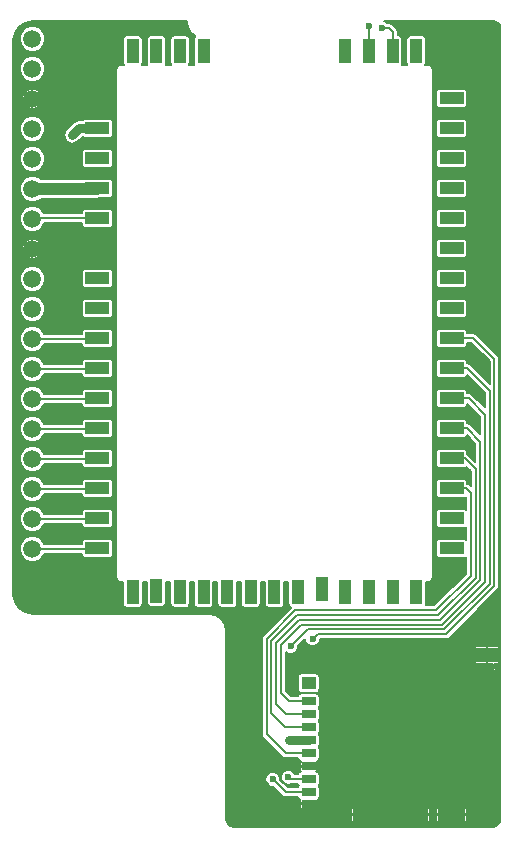
<source format=gbr>
G04 #@! TF.FileFunction,Copper,L1,Top,Signal*
%FSLAX46Y46*%
G04 Gerber Fmt 4.6, Leading zero omitted, Abs format (unit mm)*
G04 Created by KiCad (PCBNEW 4.0.7-e1-6374~58~ubuntu14.04.1) date Wed Aug 23 15:58:55 2017*
%MOMM*%
%LPD*%
G01*
G04 APERTURE LIST*
%ADD10C,0.100000*%
%ADD11R,2.000000X1.000000*%
%ADD12R,1.000000X2.000000*%
%ADD13C,1.500000*%
%ADD14R,1.200000X0.700000*%
%ADD15R,1.200000X1.000000*%
%ADD16R,2.800000X1.000000*%
%ADD17R,0.800000X1.000000*%
%ADD18R,1.900000X1.300000*%
%ADD19R,0.350000X0.550000*%
%ADD20C,0.600000*%
%ADD21C,1.000000*%
%ADD22C,0.200000*%
%ADD23C,0.750000*%
G04 APERTURE END LIST*
D10*
D11*
X133500000Y-85950000D03*
X133500000Y-88490000D03*
X133500000Y-91030000D03*
X133500000Y-93570000D03*
X133500000Y-96110000D03*
X133500000Y-98650000D03*
X133500000Y-101190000D03*
X133500000Y-103730000D03*
X133500000Y-106270000D03*
X133500000Y-108810000D03*
X133500000Y-111350000D03*
X133500000Y-113890000D03*
X133500000Y-116430000D03*
X133500000Y-118970000D03*
X133500000Y-121510000D03*
X133500000Y-124050000D03*
D12*
X136500000Y-127750000D03*
X138500000Y-127650000D03*
X140500000Y-127750000D03*
X142500000Y-127750000D03*
X144500000Y-127750000D03*
X146500000Y-127750000D03*
X148500000Y-127750000D03*
X150500000Y-127750000D03*
X152500000Y-127500000D03*
X154500000Y-127750000D03*
X156500000Y-127750000D03*
X158500000Y-127750000D03*
X160500000Y-127750000D03*
D11*
X163500000Y-124050000D03*
X163500000Y-121510000D03*
X163500000Y-118970000D03*
X163500000Y-116430000D03*
X163500000Y-113890000D03*
X163500000Y-111350000D03*
X163500000Y-108810000D03*
X163500000Y-106270000D03*
X163500000Y-103730000D03*
X163500000Y-101190000D03*
X163500000Y-98650000D03*
X163500000Y-96110000D03*
X163500000Y-93570000D03*
X163500000Y-91030000D03*
X163500000Y-88490000D03*
X163500000Y-85950000D03*
D12*
X160500000Y-81950000D03*
X158500000Y-81950000D03*
X156500000Y-81950000D03*
X154500000Y-81950000D03*
X142500000Y-81950000D03*
X140500000Y-81950000D03*
X138500000Y-81950000D03*
X136500000Y-81950000D03*
D13*
X128000000Y-85990000D03*
X128000000Y-88530000D03*
X128000000Y-91070000D03*
X128000000Y-93610000D03*
X128000000Y-96150000D03*
X128000000Y-98690000D03*
X128000000Y-101230000D03*
X128000000Y-103770000D03*
X128000000Y-106310000D03*
X128000000Y-108850000D03*
X128000000Y-111390000D03*
X128000000Y-113930000D03*
X128000000Y-116470000D03*
X128000000Y-119010000D03*
X128000000Y-121550000D03*
X128000000Y-124090000D03*
X128000000Y-83450000D03*
X128000000Y-80910000D03*
D14*
X151400000Y-137000000D03*
X151400000Y-138100000D03*
X151400000Y-139200000D03*
X151400000Y-140300000D03*
X151400000Y-141400000D03*
X151400000Y-142500000D03*
X151400000Y-143600000D03*
X151400000Y-144700000D03*
X151400000Y-145650000D03*
D15*
X151400000Y-135450000D03*
D16*
X166050000Y-146600000D03*
D17*
X161900000Y-146600000D03*
D15*
X155700000Y-146600000D03*
D18*
X166500000Y-133100000D03*
D19*
X167275000Y-134025000D03*
D20*
X156500000Y-79800000D03*
X157600000Y-80000000D03*
X149750000Y-140300000D03*
X131375000Y-89075000D03*
X148350000Y-143600000D03*
X149875000Y-132350000D03*
X149650000Y-143425000D03*
X151725000Y-131725000D03*
D21*
X128000000Y-98690000D02*
X133460000Y-98690000D01*
X133460000Y-98690000D02*
X133500000Y-98650000D01*
X128000000Y-85990000D02*
X133460000Y-85990000D01*
X133460000Y-85990000D02*
X133500000Y-85950000D01*
X133460000Y-98690000D02*
X133500000Y-98650000D01*
X133460000Y-85990000D02*
X133500000Y-85950000D01*
X128000000Y-93610000D02*
X133460000Y-93610000D01*
X133460000Y-93610000D02*
X133500000Y-93570000D01*
X133460000Y-93610000D02*
X133500000Y-93570000D01*
D22*
X133500000Y-96110000D02*
X128040000Y-96110000D01*
X128040000Y-96110000D02*
X128000000Y-96150000D01*
X133460000Y-96150000D02*
X133500000Y-96110000D01*
X128000000Y-106310000D02*
X133460000Y-106310000D01*
X133460000Y-106310000D02*
X133500000Y-106270000D01*
X128000000Y-108850000D02*
X133460000Y-108850000D01*
X133460000Y-108850000D02*
X133500000Y-108810000D01*
X128000000Y-111390000D02*
X133460000Y-111390000D01*
X133460000Y-111390000D02*
X133500000Y-111350000D01*
X128000000Y-113930000D02*
X133460000Y-113930000D01*
X133460000Y-113930000D02*
X133500000Y-113890000D01*
X128000000Y-116470000D02*
X133460000Y-116470000D01*
X133460000Y-116470000D02*
X133500000Y-116430000D01*
X128000000Y-119010000D02*
X133460000Y-119010000D01*
X133460000Y-119010000D02*
X133500000Y-118970000D01*
X156500000Y-79800000D02*
X156500000Y-81950000D01*
X158500000Y-80300000D02*
X158500000Y-81950000D01*
X158200000Y-80000000D02*
X158500000Y-80300000D01*
X157600000Y-80000000D02*
X158200000Y-80000000D01*
X128000000Y-121550000D02*
X133460000Y-121550000D01*
X133460000Y-121550000D02*
X133500000Y-121510000D01*
X128000000Y-124090000D02*
X133460000Y-124090000D01*
X133460000Y-124090000D02*
X133500000Y-124050000D01*
D23*
X133500000Y-88490000D02*
X131960000Y-88490000D01*
X149750000Y-140300000D02*
X151400000Y-140300000D01*
X131960000Y-88490000D02*
X131375000Y-89075000D01*
D22*
X163500000Y-118970000D02*
X164745000Y-118970000D01*
X149450000Y-141400000D02*
X151400000Y-141400000D01*
X147825000Y-139775000D02*
X149450000Y-141400000D01*
X147825000Y-131750000D02*
X147825000Y-139775000D01*
X150275000Y-129300000D02*
X147825000Y-131750000D01*
X162200000Y-129300000D02*
X150275000Y-129300000D01*
X165125000Y-126375000D02*
X162200000Y-129300000D01*
X165125000Y-119350000D02*
X165125000Y-126375000D01*
X164745000Y-118970000D02*
X165125000Y-119350000D01*
X163500000Y-116430000D02*
X164605000Y-116430000D01*
X149400000Y-139200000D02*
X151400000Y-139200000D01*
X148225002Y-138025002D02*
X149400000Y-139200000D01*
X148225002Y-131915686D02*
X148225002Y-138025002D01*
X150440686Y-129700002D02*
X148225002Y-131915686D01*
X162365686Y-129700002D02*
X150440686Y-129700002D01*
X165525002Y-126540686D02*
X162365686Y-129700002D01*
X165525002Y-117350002D02*
X165525002Y-126540686D01*
X164605000Y-116430000D02*
X165525002Y-117350002D01*
X163500000Y-113890000D02*
X164815000Y-113890000D01*
X149475000Y-138100000D02*
X151400000Y-138100000D01*
X148625004Y-137250004D02*
X149475000Y-138100000D01*
X148625004Y-132081372D02*
X148625004Y-137250004D01*
X150606372Y-130100004D02*
X148625004Y-132081372D01*
X162531372Y-130100004D02*
X150606372Y-130100004D01*
X165925004Y-126706372D02*
X162531372Y-130100004D01*
X165925004Y-115000004D02*
X165925004Y-126706372D01*
X164815000Y-113890000D02*
X165925004Y-115000004D01*
X163500000Y-111350000D02*
X164950000Y-111350000D01*
X149700000Y-137000000D02*
X151400000Y-137000000D01*
X149025006Y-136325006D02*
X149700000Y-137000000D01*
X149025006Y-132247058D02*
X149025006Y-136325006D01*
X150772058Y-130500006D02*
X149025006Y-132247058D01*
X162697058Y-130500006D02*
X150772058Y-130500006D01*
X166325006Y-126872058D02*
X162697058Y-130500006D01*
X166325006Y-112725006D02*
X166325006Y-126872058D01*
X164950000Y-111350000D02*
X166325006Y-112725006D01*
X163500000Y-108810000D02*
X164810000Y-108810000D01*
X149450000Y-144700000D02*
X151400000Y-144700000D01*
X148350000Y-143600000D02*
X149450000Y-144700000D01*
X151324992Y-130900008D02*
X149875000Y-132350000D01*
X162862744Y-130900008D02*
X151324992Y-130900008D01*
X166725008Y-127037744D02*
X162862744Y-130900008D01*
X166725008Y-110725008D02*
X166725008Y-127037744D01*
X164810000Y-108810000D02*
X166725008Y-110725008D01*
X163500000Y-106270000D02*
X165345000Y-106270000D01*
X149825000Y-143600000D02*
X151400000Y-143600000D01*
X149650000Y-143425000D02*
X149825000Y-143600000D01*
X152149990Y-131300010D02*
X151725000Y-131725000D01*
X163028430Y-131300010D02*
X152149990Y-131300010D01*
X167125010Y-127203430D02*
X163028430Y-131300010D01*
X167125010Y-108050010D02*
X167125010Y-127203430D01*
X165345000Y-106270000D02*
X167125010Y-108050010D01*
G36*
X141037220Y-79410142D02*
X141068774Y-79431225D01*
X141089859Y-79462781D01*
X141112590Y-79577060D01*
X141188710Y-79959743D01*
X141247689Y-80102133D01*
X141464462Y-80426557D01*
X141518953Y-80481047D01*
X141573443Y-80535538D01*
X141808779Y-80692784D01*
X141772502Y-80716128D01*
X141699436Y-80823063D01*
X141673731Y-80950000D01*
X141673731Y-82950000D01*
X141696044Y-83068585D01*
X141718704Y-83103800D01*
X141282209Y-83103800D01*
X141300564Y-83076937D01*
X141326269Y-82950000D01*
X141326269Y-80950000D01*
X141303956Y-80831415D01*
X141233872Y-80722502D01*
X141126937Y-80649436D01*
X141000000Y-80623731D01*
X140000000Y-80623731D01*
X139881415Y-80646044D01*
X139772502Y-80716128D01*
X139699436Y-80823063D01*
X139673731Y-80950000D01*
X139673731Y-82950000D01*
X139696044Y-83068585D01*
X139718704Y-83103800D01*
X139282209Y-83103800D01*
X139300564Y-83076937D01*
X139326269Y-82950000D01*
X139326269Y-80950000D01*
X139303956Y-80831415D01*
X139233872Y-80722502D01*
X139126937Y-80649436D01*
X139000000Y-80623731D01*
X138000000Y-80623731D01*
X137881415Y-80646044D01*
X137772502Y-80716128D01*
X137699436Y-80823063D01*
X137673731Y-80950000D01*
X137673731Y-82950000D01*
X137696044Y-83068585D01*
X137718704Y-83103800D01*
X137282209Y-83103800D01*
X137300564Y-83076937D01*
X137326269Y-82950000D01*
X137326269Y-80950000D01*
X137303956Y-80831415D01*
X137233872Y-80722502D01*
X137126937Y-80649436D01*
X137000000Y-80623731D01*
X136000000Y-80623731D01*
X135881415Y-80646044D01*
X135772502Y-80716128D01*
X135699436Y-80823063D01*
X135673731Y-80950000D01*
X135673731Y-82950000D01*
X135696044Y-83068585D01*
X135718704Y-83103800D01*
X135500000Y-83103800D01*
X135348381Y-83133959D01*
X135219844Y-83219844D01*
X135133959Y-83348381D01*
X135103800Y-83500000D01*
X135103800Y-126500000D01*
X135133959Y-126651619D01*
X135219844Y-126780156D01*
X135348381Y-126866041D01*
X135500000Y-126896200D01*
X135673731Y-126896200D01*
X135673731Y-128750000D01*
X135696044Y-128868585D01*
X135766128Y-128977498D01*
X135873063Y-129050564D01*
X136000000Y-129076269D01*
X137000000Y-129076269D01*
X137118585Y-129053956D01*
X137227498Y-128983872D01*
X137300564Y-128876937D01*
X137326269Y-128750000D01*
X137326269Y-126896200D01*
X137673731Y-126896200D01*
X137673731Y-128650000D01*
X137696044Y-128768585D01*
X137766128Y-128877498D01*
X137873063Y-128950564D01*
X138000000Y-128976269D01*
X139000000Y-128976269D01*
X139118585Y-128953956D01*
X139227498Y-128883872D01*
X139300564Y-128776937D01*
X139326269Y-128650000D01*
X139326269Y-126896200D01*
X139673731Y-126896200D01*
X139673731Y-128750000D01*
X139696044Y-128868585D01*
X139766128Y-128977498D01*
X139873063Y-129050564D01*
X140000000Y-129076269D01*
X141000000Y-129076269D01*
X141118585Y-129053956D01*
X141227498Y-128983872D01*
X141300564Y-128876937D01*
X141326269Y-128750000D01*
X141326269Y-126896200D01*
X141673731Y-126896200D01*
X141673731Y-128750000D01*
X141696044Y-128868585D01*
X141766128Y-128977498D01*
X141873063Y-129050564D01*
X142000000Y-129076269D01*
X143000000Y-129076269D01*
X143118585Y-129053956D01*
X143227498Y-128983872D01*
X143300564Y-128876937D01*
X143326269Y-128750000D01*
X143326269Y-126896200D01*
X143673731Y-126896200D01*
X143673731Y-128750000D01*
X143696044Y-128868585D01*
X143766128Y-128977498D01*
X143873063Y-129050564D01*
X144000000Y-129076269D01*
X145000000Y-129076269D01*
X145118585Y-129053956D01*
X145227498Y-128983872D01*
X145300564Y-128876937D01*
X145326269Y-128750000D01*
X145326269Y-126896200D01*
X145673731Y-126896200D01*
X145673731Y-128750000D01*
X145696044Y-128868585D01*
X145766128Y-128977498D01*
X145873063Y-129050564D01*
X146000000Y-129076269D01*
X147000000Y-129076269D01*
X147118585Y-129053956D01*
X147227498Y-128983872D01*
X147300564Y-128876937D01*
X147326269Y-128750000D01*
X147326269Y-126896200D01*
X147673731Y-126896200D01*
X147673731Y-128750000D01*
X147696044Y-128868585D01*
X147766128Y-128977498D01*
X147873063Y-129050564D01*
X148000000Y-129076269D01*
X149000000Y-129076269D01*
X149118585Y-129053956D01*
X149227498Y-128983872D01*
X149300564Y-128876937D01*
X149326269Y-128750000D01*
X149326269Y-126896200D01*
X149673731Y-126896200D01*
X149673731Y-128750000D01*
X149696044Y-128868585D01*
X149766128Y-128977498D01*
X149873063Y-129050564D01*
X149920799Y-129060231D01*
X147528015Y-131453015D01*
X147436971Y-131589273D01*
X147405000Y-131750000D01*
X147405000Y-139775000D01*
X147436971Y-139935727D01*
X147528015Y-140071985D01*
X149153015Y-141696985D01*
X149289273Y-141788029D01*
X149450000Y-141820000D01*
X150486902Y-141820000D01*
X150496044Y-141868585D01*
X150566128Y-141977498D01*
X150673063Y-142050564D01*
X150744045Y-142064938D01*
X150743354Y-142065224D01*
X150715224Y-142093355D01*
X150700000Y-142130109D01*
X150700000Y-142450000D01*
X150725000Y-142475000D01*
X151375000Y-142475000D01*
X151375000Y-142455000D01*
X151425000Y-142455000D01*
X151425000Y-142475000D01*
X152075000Y-142475000D01*
X152100000Y-142450000D01*
X152100000Y-142130109D01*
X152084776Y-142093355D01*
X152056971Y-142065549D01*
X152118585Y-142053956D01*
X152227498Y-141983872D01*
X152300564Y-141876937D01*
X152326269Y-141750000D01*
X152326269Y-141050000D01*
X152303956Y-140931415D01*
X152251118Y-140849303D01*
X152300564Y-140776937D01*
X152326269Y-140650000D01*
X152326269Y-139950000D01*
X152303956Y-139831415D01*
X152251118Y-139749303D01*
X152300564Y-139676937D01*
X152326269Y-139550000D01*
X152326269Y-138850000D01*
X152303956Y-138731415D01*
X152251118Y-138649303D01*
X152300564Y-138576937D01*
X152326269Y-138450000D01*
X152326269Y-137750000D01*
X152303956Y-137631415D01*
X152251118Y-137549303D01*
X152300564Y-137476937D01*
X152326269Y-137350000D01*
X152326269Y-136650000D01*
X152303956Y-136531415D01*
X152233872Y-136422502D01*
X152126937Y-136349436D01*
X152000000Y-136323731D01*
X150800000Y-136323731D01*
X150681415Y-136346044D01*
X150572502Y-136416128D01*
X150499436Y-136523063D01*
X150487906Y-136580000D01*
X149873970Y-136580000D01*
X149445006Y-136151036D01*
X149445006Y-134950000D01*
X150473731Y-134950000D01*
X150473731Y-135950000D01*
X150496044Y-136068585D01*
X150566128Y-136177498D01*
X150673063Y-136250564D01*
X150800000Y-136276269D01*
X152000000Y-136276269D01*
X152118585Y-136253956D01*
X152227498Y-136183872D01*
X152300564Y-136076937D01*
X152326269Y-135950000D01*
X152326269Y-134950000D01*
X152303956Y-134831415D01*
X152233872Y-134722502D01*
X152126937Y-134649436D01*
X152000000Y-134623731D01*
X150800000Y-134623731D01*
X150681415Y-134646044D01*
X150572502Y-134716128D01*
X150499436Y-134823063D01*
X150473731Y-134950000D01*
X149445006Y-134950000D01*
X149445006Y-134075000D01*
X167000000Y-134075000D01*
X167000000Y-134319891D01*
X167015224Y-134356645D01*
X167043354Y-134384776D01*
X167080109Y-134400000D01*
X167225000Y-134400000D01*
X167250000Y-134375000D01*
X167250000Y-134050000D01*
X167300000Y-134050000D01*
X167300000Y-134375000D01*
X167325000Y-134400000D01*
X167469891Y-134400000D01*
X167506646Y-134384776D01*
X167534776Y-134356645D01*
X167550000Y-134319891D01*
X167550000Y-134075000D01*
X167525000Y-134050000D01*
X167300000Y-134050000D01*
X167250000Y-134050000D01*
X167025000Y-134050000D01*
X167000000Y-134075000D01*
X149445006Y-134075000D01*
X149445006Y-133150000D01*
X165450000Y-133150000D01*
X165450000Y-133769891D01*
X165465224Y-133806645D01*
X165493354Y-133834776D01*
X165530109Y-133850000D01*
X166450000Y-133850000D01*
X166475000Y-133825000D01*
X166475000Y-133125000D01*
X166525000Y-133125000D01*
X166525000Y-133825000D01*
X166550000Y-133850000D01*
X167000000Y-133850000D01*
X167000000Y-133975000D01*
X167025000Y-134000000D01*
X167250000Y-134000000D01*
X167250000Y-133980000D01*
X167300000Y-133980000D01*
X167300000Y-134000000D01*
X167525000Y-134000000D01*
X167550000Y-133975000D01*
X167550000Y-133150000D01*
X167525000Y-133125000D01*
X166525000Y-133125000D01*
X166475000Y-133125000D01*
X165475000Y-133125000D01*
X165450000Y-133150000D01*
X149445006Y-133150000D01*
X149445006Y-132796834D01*
X149523339Y-132875304D01*
X149751133Y-132969893D01*
X149997785Y-132970108D01*
X150225743Y-132875917D01*
X150400304Y-132701661D01*
X150494893Y-132473867D01*
X150494931Y-132430109D01*
X165450000Y-132430109D01*
X165450000Y-133050000D01*
X165475000Y-133075000D01*
X166475000Y-133075000D01*
X166475000Y-132375000D01*
X166525000Y-132375000D01*
X166525000Y-133075000D01*
X167525000Y-133075000D01*
X167550000Y-133050000D01*
X167550000Y-132430109D01*
X167534776Y-132393355D01*
X167506646Y-132365224D01*
X167469891Y-132350000D01*
X166550000Y-132350000D01*
X166525000Y-132375000D01*
X166475000Y-132375000D01*
X166450000Y-132350000D01*
X165530109Y-132350000D01*
X165493354Y-132365224D01*
X165465224Y-132393355D01*
X165450000Y-132430109D01*
X150494931Y-132430109D01*
X150495024Y-132323946D01*
X151105009Y-131713961D01*
X151104892Y-131847785D01*
X151199083Y-132075743D01*
X151373339Y-132250304D01*
X151601133Y-132344893D01*
X151847785Y-132345108D01*
X152075743Y-132250917D01*
X152250304Y-132076661D01*
X152344893Y-131848867D01*
X152345005Y-131720010D01*
X163028430Y-131720010D01*
X163189157Y-131688039D01*
X163325415Y-131596995D01*
X167421995Y-127500415D01*
X167513039Y-127364157D01*
X167545010Y-127203430D01*
X167545010Y-108050010D01*
X167513039Y-107889283D01*
X167421995Y-107753025D01*
X165641985Y-105973015D01*
X165505727Y-105881971D01*
X165345000Y-105850000D01*
X164826269Y-105850000D01*
X164826269Y-105770000D01*
X164803956Y-105651415D01*
X164733872Y-105542502D01*
X164626937Y-105469436D01*
X164500000Y-105443731D01*
X162500000Y-105443731D01*
X162381415Y-105466044D01*
X162272502Y-105536128D01*
X162199436Y-105643063D01*
X162173731Y-105770000D01*
X162173731Y-106770000D01*
X162196044Y-106888585D01*
X162266128Y-106997498D01*
X162373063Y-107070564D01*
X162500000Y-107096269D01*
X164500000Y-107096269D01*
X164618585Y-107073956D01*
X164727498Y-107003872D01*
X164800564Y-106896937D01*
X164826269Y-106770000D01*
X164826269Y-106690000D01*
X165171030Y-106690000D01*
X166705010Y-108223980D01*
X166705010Y-110111040D01*
X165106985Y-108513015D01*
X164970727Y-108421971D01*
X164826269Y-108393236D01*
X164826269Y-108310000D01*
X164803956Y-108191415D01*
X164733872Y-108082502D01*
X164626937Y-108009436D01*
X164500000Y-107983731D01*
X162500000Y-107983731D01*
X162381415Y-108006044D01*
X162272502Y-108076128D01*
X162199436Y-108183063D01*
X162173731Y-108310000D01*
X162173731Y-109310000D01*
X162196044Y-109428585D01*
X162266128Y-109537498D01*
X162373063Y-109610564D01*
X162500000Y-109636269D01*
X164500000Y-109636269D01*
X164618585Y-109613956D01*
X164727498Y-109543872D01*
X164800564Y-109436937D01*
X164807705Y-109401675D01*
X166305008Y-110898978D01*
X166305008Y-112111038D01*
X165246985Y-111053015D01*
X165110727Y-110961971D01*
X164950000Y-110930000D01*
X164826269Y-110930000D01*
X164826269Y-110850000D01*
X164803956Y-110731415D01*
X164733872Y-110622502D01*
X164626937Y-110549436D01*
X164500000Y-110523731D01*
X162500000Y-110523731D01*
X162381415Y-110546044D01*
X162272502Y-110616128D01*
X162199436Y-110723063D01*
X162173731Y-110850000D01*
X162173731Y-111850000D01*
X162196044Y-111968585D01*
X162266128Y-112077498D01*
X162373063Y-112150564D01*
X162500000Y-112176269D01*
X164500000Y-112176269D01*
X164618585Y-112153956D01*
X164727498Y-112083872D01*
X164800564Y-111976937D01*
X164826269Y-111850000D01*
X164826269Y-111820239D01*
X165905006Y-112898976D01*
X165905006Y-114386036D01*
X165111985Y-113593015D01*
X164975727Y-113501971D01*
X164826269Y-113472242D01*
X164826269Y-113390000D01*
X164803956Y-113271415D01*
X164733872Y-113162502D01*
X164626937Y-113089436D01*
X164500000Y-113063731D01*
X162500000Y-113063731D01*
X162381415Y-113086044D01*
X162272502Y-113156128D01*
X162199436Y-113263063D01*
X162173731Y-113390000D01*
X162173731Y-114390000D01*
X162196044Y-114508585D01*
X162266128Y-114617498D01*
X162373063Y-114690564D01*
X162500000Y-114716269D01*
X164500000Y-114716269D01*
X164618585Y-114693956D01*
X164727498Y-114623872D01*
X164800564Y-114516937D01*
X164808547Y-114477517D01*
X165505004Y-115173974D01*
X165505004Y-116736034D01*
X164901985Y-116133015D01*
X164826269Y-116082424D01*
X164826269Y-115930000D01*
X164803956Y-115811415D01*
X164733872Y-115702502D01*
X164626937Y-115629436D01*
X164500000Y-115603731D01*
X162500000Y-115603731D01*
X162381415Y-115626044D01*
X162272502Y-115696128D01*
X162199436Y-115803063D01*
X162173731Y-115930000D01*
X162173731Y-116930000D01*
X162196044Y-117048585D01*
X162266128Y-117157498D01*
X162373063Y-117230564D01*
X162500000Y-117256269D01*
X164500000Y-117256269D01*
X164618585Y-117233956D01*
X164727498Y-117163872D01*
X164734563Y-117153533D01*
X165105002Y-117523972D01*
X165105002Y-118736032D01*
X165041985Y-118673015D01*
X164905727Y-118581971D01*
X164826269Y-118566166D01*
X164826269Y-118470000D01*
X164803956Y-118351415D01*
X164733872Y-118242502D01*
X164626937Y-118169436D01*
X164500000Y-118143731D01*
X162500000Y-118143731D01*
X162381415Y-118166044D01*
X162272502Y-118236128D01*
X162199436Y-118343063D01*
X162173731Y-118470000D01*
X162173731Y-119470000D01*
X162196044Y-119588585D01*
X162266128Y-119697498D01*
X162373063Y-119770564D01*
X162500000Y-119796269D01*
X164500000Y-119796269D01*
X164618585Y-119773956D01*
X164705000Y-119718349D01*
X164705000Y-120762774D01*
X164626937Y-120709436D01*
X164500000Y-120683731D01*
X162500000Y-120683731D01*
X162381415Y-120706044D01*
X162272502Y-120776128D01*
X162199436Y-120883063D01*
X162173731Y-121010000D01*
X162173731Y-122010000D01*
X162196044Y-122128585D01*
X162266128Y-122237498D01*
X162373063Y-122310564D01*
X162500000Y-122336269D01*
X164500000Y-122336269D01*
X164618585Y-122313956D01*
X164705000Y-122258349D01*
X164705000Y-123302774D01*
X164626937Y-123249436D01*
X164500000Y-123223731D01*
X162500000Y-123223731D01*
X162381415Y-123246044D01*
X162272502Y-123316128D01*
X162199436Y-123423063D01*
X162173731Y-123550000D01*
X162173731Y-124550000D01*
X162196044Y-124668585D01*
X162266128Y-124777498D01*
X162373063Y-124850564D01*
X162500000Y-124876269D01*
X164500000Y-124876269D01*
X164618585Y-124853956D01*
X164705000Y-124798349D01*
X164705000Y-126201030D01*
X162026030Y-128880000D01*
X161298471Y-128880000D01*
X161300564Y-128876937D01*
X161326269Y-128750000D01*
X161326269Y-126896200D01*
X161500000Y-126896200D01*
X161651619Y-126866041D01*
X161780156Y-126780156D01*
X161866041Y-126651619D01*
X161896200Y-126500000D01*
X161896200Y-103230000D01*
X162173731Y-103230000D01*
X162173731Y-104230000D01*
X162196044Y-104348585D01*
X162266128Y-104457498D01*
X162373063Y-104530564D01*
X162500000Y-104556269D01*
X164500000Y-104556269D01*
X164618585Y-104533956D01*
X164727498Y-104463872D01*
X164800564Y-104356937D01*
X164826269Y-104230000D01*
X164826269Y-103230000D01*
X164803956Y-103111415D01*
X164733872Y-103002502D01*
X164626937Y-102929436D01*
X164500000Y-102903731D01*
X162500000Y-102903731D01*
X162381415Y-102926044D01*
X162272502Y-102996128D01*
X162199436Y-103103063D01*
X162173731Y-103230000D01*
X161896200Y-103230000D01*
X161896200Y-100690000D01*
X162173731Y-100690000D01*
X162173731Y-101690000D01*
X162196044Y-101808585D01*
X162266128Y-101917498D01*
X162373063Y-101990564D01*
X162500000Y-102016269D01*
X164500000Y-102016269D01*
X164618585Y-101993956D01*
X164727498Y-101923872D01*
X164800564Y-101816937D01*
X164826269Y-101690000D01*
X164826269Y-100690000D01*
X164803956Y-100571415D01*
X164733872Y-100462502D01*
X164626937Y-100389436D01*
X164500000Y-100363731D01*
X162500000Y-100363731D01*
X162381415Y-100386044D01*
X162272502Y-100456128D01*
X162199436Y-100563063D01*
X162173731Y-100690000D01*
X161896200Y-100690000D01*
X161896200Y-98150000D01*
X162173731Y-98150000D01*
X162173731Y-99150000D01*
X162196044Y-99268585D01*
X162266128Y-99377498D01*
X162373063Y-99450564D01*
X162500000Y-99476269D01*
X164500000Y-99476269D01*
X164618585Y-99453956D01*
X164727498Y-99383872D01*
X164800564Y-99276937D01*
X164826269Y-99150000D01*
X164826269Y-98150000D01*
X164803956Y-98031415D01*
X164733872Y-97922502D01*
X164626937Y-97849436D01*
X164500000Y-97823731D01*
X162500000Y-97823731D01*
X162381415Y-97846044D01*
X162272502Y-97916128D01*
X162199436Y-98023063D01*
X162173731Y-98150000D01*
X161896200Y-98150000D01*
X161896200Y-95610000D01*
X162173731Y-95610000D01*
X162173731Y-96610000D01*
X162196044Y-96728585D01*
X162266128Y-96837498D01*
X162373063Y-96910564D01*
X162500000Y-96936269D01*
X164500000Y-96936269D01*
X164618585Y-96913956D01*
X164727498Y-96843872D01*
X164800564Y-96736937D01*
X164826269Y-96610000D01*
X164826269Y-95610000D01*
X164803956Y-95491415D01*
X164733872Y-95382502D01*
X164626937Y-95309436D01*
X164500000Y-95283731D01*
X162500000Y-95283731D01*
X162381415Y-95306044D01*
X162272502Y-95376128D01*
X162199436Y-95483063D01*
X162173731Y-95610000D01*
X161896200Y-95610000D01*
X161896200Y-93070000D01*
X162173731Y-93070000D01*
X162173731Y-94070000D01*
X162196044Y-94188585D01*
X162266128Y-94297498D01*
X162373063Y-94370564D01*
X162500000Y-94396269D01*
X164500000Y-94396269D01*
X164618585Y-94373956D01*
X164727498Y-94303872D01*
X164800564Y-94196937D01*
X164826269Y-94070000D01*
X164826269Y-93070000D01*
X164803956Y-92951415D01*
X164733872Y-92842502D01*
X164626937Y-92769436D01*
X164500000Y-92743731D01*
X162500000Y-92743731D01*
X162381415Y-92766044D01*
X162272502Y-92836128D01*
X162199436Y-92943063D01*
X162173731Y-93070000D01*
X161896200Y-93070000D01*
X161896200Y-90530000D01*
X162173731Y-90530000D01*
X162173731Y-91530000D01*
X162196044Y-91648585D01*
X162266128Y-91757498D01*
X162373063Y-91830564D01*
X162500000Y-91856269D01*
X164500000Y-91856269D01*
X164618585Y-91833956D01*
X164727498Y-91763872D01*
X164800564Y-91656937D01*
X164826269Y-91530000D01*
X164826269Y-90530000D01*
X164803956Y-90411415D01*
X164733872Y-90302502D01*
X164626937Y-90229436D01*
X164500000Y-90203731D01*
X162500000Y-90203731D01*
X162381415Y-90226044D01*
X162272502Y-90296128D01*
X162199436Y-90403063D01*
X162173731Y-90530000D01*
X161896200Y-90530000D01*
X161896200Y-87990000D01*
X162173731Y-87990000D01*
X162173731Y-88990000D01*
X162196044Y-89108585D01*
X162266128Y-89217498D01*
X162373063Y-89290564D01*
X162500000Y-89316269D01*
X164500000Y-89316269D01*
X164618585Y-89293956D01*
X164727498Y-89223872D01*
X164800564Y-89116937D01*
X164826269Y-88990000D01*
X164826269Y-87990000D01*
X164803956Y-87871415D01*
X164733872Y-87762502D01*
X164626937Y-87689436D01*
X164500000Y-87663731D01*
X162500000Y-87663731D01*
X162381415Y-87686044D01*
X162272502Y-87756128D01*
X162199436Y-87863063D01*
X162173731Y-87990000D01*
X161896200Y-87990000D01*
X161896200Y-85450000D01*
X162173731Y-85450000D01*
X162173731Y-86450000D01*
X162196044Y-86568585D01*
X162266128Y-86677498D01*
X162373063Y-86750564D01*
X162500000Y-86776269D01*
X164500000Y-86776269D01*
X164618585Y-86753956D01*
X164727498Y-86683872D01*
X164800564Y-86576937D01*
X164826269Y-86450000D01*
X164826269Y-85450000D01*
X164803956Y-85331415D01*
X164733872Y-85222502D01*
X164626937Y-85149436D01*
X164500000Y-85123731D01*
X162500000Y-85123731D01*
X162381415Y-85146044D01*
X162272502Y-85216128D01*
X162199436Y-85323063D01*
X162173731Y-85450000D01*
X161896200Y-85450000D01*
X161896200Y-83500000D01*
X161866041Y-83348381D01*
X161780156Y-83219844D01*
X161651619Y-83133959D01*
X161500000Y-83103800D01*
X161282209Y-83103800D01*
X161300564Y-83076937D01*
X161326269Y-82950000D01*
X161326269Y-80950000D01*
X161303956Y-80831415D01*
X161233872Y-80722502D01*
X161126937Y-80649436D01*
X161000000Y-80623731D01*
X160000000Y-80623731D01*
X159881415Y-80646044D01*
X159772502Y-80716128D01*
X159699436Y-80823063D01*
X159673731Y-80950000D01*
X159673731Y-82950000D01*
X159696044Y-83068585D01*
X159718704Y-83103800D01*
X159282209Y-83103800D01*
X159300564Y-83076937D01*
X159326269Y-82950000D01*
X159326269Y-80950000D01*
X159303956Y-80831415D01*
X159233872Y-80722502D01*
X159126937Y-80649436D01*
X159000000Y-80623731D01*
X158920000Y-80623731D01*
X158920000Y-80300000D01*
X158888029Y-80139273D01*
X158796985Y-80003015D01*
X158496985Y-79703015D01*
X158360727Y-79611971D01*
X158200000Y-79580000D01*
X158056781Y-79580000D01*
X157951661Y-79474696D01*
X157759733Y-79395000D01*
X166961098Y-79395000D01*
X167228561Y-79448201D01*
X167422327Y-79577671D01*
X167551799Y-79771440D01*
X167605000Y-80038902D01*
X167605000Y-146961098D01*
X167551799Y-147228560D01*
X167422327Y-147422329D01*
X167228561Y-147551799D01*
X166961098Y-147605000D01*
X145038902Y-147605000D01*
X144771440Y-147551799D01*
X144577671Y-147422327D01*
X144448201Y-147228561D01*
X144395000Y-146961098D01*
X144395000Y-146650000D01*
X155000000Y-146650000D01*
X155000000Y-147119891D01*
X155015224Y-147156645D01*
X155043354Y-147184776D01*
X155080109Y-147200000D01*
X155650000Y-147200000D01*
X155675000Y-147175000D01*
X155675000Y-146625000D01*
X155725000Y-146625000D01*
X155725000Y-147175000D01*
X155750000Y-147200000D01*
X156319891Y-147200000D01*
X156356646Y-147184776D01*
X156384776Y-147156645D01*
X156400000Y-147119891D01*
X156400000Y-146650000D01*
X161400000Y-146650000D01*
X161400000Y-147119891D01*
X161415224Y-147156645D01*
X161443354Y-147184776D01*
X161480109Y-147200000D01*
X161850000Y-147200000D01*
X161875000Y-147175000D01*
X161875000Y-146625000D01*
X161925000Y-146625000D01*
X161925000Y-147175000D01*
X161950000Y-147200000D01*
X162319891Y-147200000D01*
X162356646Y-147184776D01*
X162384776Y-147156645D01*
X162400000Y-147119891D01*
X162400000Y-146650000D01*
X164550000Y-146650000D01*
X164550000Y-147119891D01*
X164565224Y-147156645D01*
X164593354Y-147184776D01*
X164630109Y-147200000D01*
X166000000Y-147200000D01*
X166025000Y-147175000D01*
X166025000Y-146625000D01*
X166075000Y-146625000D01*
X166075000Y-147175000D01*
X166100000Y-147200000D01*
X167469891Y-147200000D01*
X167506646Y-147184776D01*
X167534776Y-147156645D01*
X167550000Y-147119891D01*
X167550000Y-146650000D01*
X167525000Y-146625000D01*
X166075000Y-146625000D01*
X166025000Y-146625000D01*
X164575000Y-146625000D01*
X164550000Y-146650000D01*
X162400000Y-146650000D01*
X162375000Y-146625000D01*
X161925000Y-146625000D01*
X161875000Y-146625000D01*
X161425000Y-146625000D01*
X161400000Y-146650000D01*
X156400000Y-146650000D01*
X156375000Y-146625000D01*
X155725000Y-146625000D01*
X155675000Y-146625000D01*
X155025000Y-146625000D01*
X155000000Y-146650000D01*
X144395000Y-146650000D01*
X144395000Y-145700000D01*
X150700000Y-145700000D01*
X150700000Y-146019891D01*
X150715224Y-146056645D01*
X150743354Y-146084776D01*
X150780109Y-146100000D01*
X151350000Y-146100000D01*
X151375000Y-146075000D01*
X151375000Y-145675000D01*
X151425000Y-145675000D01*
X151425000Y-146075000D01*
X151450000Y-146100000D01*
X152019891Y-146100000D01*
X152056646Y-146084776D01*
X152061312Y-146080109D01*
X155000000Y-146080109D01*
X155000000Y-146550000D01*
X155025000Y-146575000D01*
X155675000Y-146575000D01*
X155675000Y-146025000D01*
X155725000Y-146025000D01*
X155725000Y-146575000D01*
X156375000Y-146575000D01*
X156400000Y-146550000D01*
X156400000Y-146080109D01*
X161400000Y-146080109D01*
X161400000Y-146550000D01*
X161425000Y-146575000D01*
X161875000Y-146575000D01*
X161875000Y-146025000D01*
X161925000Y-146025000D01*
X161925000Y-146575000D01*
X162375000Y-146575000D01*
X162400000Y-146550000D01*
X162400000Y-146080109D01*
X164550000Y-146080109D01*
X164550000Y-146550000D01*
X164575000Y-146575000D01*
X166025000Y-146575000D01*
X166025000Y-146025000D01*
X166075000Y-146025000D01*
X166075000Y-146575000D01*
X167525000Y-146575000D01*
X167550000Y-146550000D01*
X167550000Y-146080109D01*
X167534776Y-146043355D01*
X167506646Y-146015224D01*
X167469891Y-146000000D01*
X166100000Y-146000000D01*
X166075000Y-146025000D01*
X166025000Y-146025000D01*
X166000000Y-146000000D01*
X164630109Y-146000000D01*
X164593354Y-146015224D01*
X164565224Y-146043355D01*
X164550000Y-146080109D01*
X162400000Y-146080109D01*
X162384776Y-146043355D01*
X162356646Y-146015224D01*
X162319891Y-146000000D01*
X161950000Y-146000000D01*
X161925000Y-146025000D01*
X161875000Y-146025000D01*
X161850000Y-146000000D01*
X161480109Y-146000000D01*
X161443354Y-146015224D01*
X161415224Y-146043355D01*
X161400000Y-146080109D01*
X156400000Y-146080109D01*
X156384776Y-146043355D01*
X156356646Y-146015224D01*
X156319891Y-146000000D01*
X155750000Y-146000000D01*
X155725000Y-146025000D01*
X155675000Y-146025000D01*
X155650000Y-146000000D01*
X155080109Y-146000000D01*
X155043354Y-146015224D01*
X155015224Y-146043355D01*
X155000000Y-146080109D01*
X152061312Y-146080109D01*
X152084776Y-146056645D01*
X152100000Y-146019891D01*
X152100000Y-145700000D01*
X152075000Y-145675000D01*
X151425000Y-145675000D01*
X151375000Y-145675000D01*
X150725000Y-145675000D01*
X150700000Y-145700000D01*
X144395000Y-145700000D01*
X144395000Y-143722785D01*
X147729892Y-143722785D01*
X147824083Y-143950743D01*
X147998339Y-144125304D01*
X148226133Y-144219893D01*
X148376054Y-144220024D01*
X149153015Y-144996985D01*
X149289273Y-145088029D01*
X149450000Y-145120000D01*
X150486902Y-145120000D01*
X150496044Y-145168585D01*
X150566128Y-145277498D01*
X150673063Y-145350564D01*
X150700000Y-145356019D01*
X150700000Y-145600000D01*
X150725000Y-145625000D01*
X151375000Y-145625000D01*
X151375000Y-145605000D01*
X151425000Y-145605000D01*
X151425000Y-145625000D01*
X152075000Y-145625000D01*
X152100000Y-145600000D01*
X152100000Y-145357453D01*
X152118585Y-145353956D01*
X152227498Y-145283872D01*
X152300564Y-145176937D01*
X152326269Y-145050000D01*
X152326269Y-144350000D01*
X152303956Y-144231415D01*
X152251118Y-144149303D01*
X152300564Y-144076937D01*
X152326269Y-143950000D01*
X152326269Y-143250000D01*
X152303956Y-143131415D01*
X152233872Y-143022502D01*
X152126937Y-142949436D01*
X152055955Y-142935062D01*
X152056646Y-142934776D01*
X152084776Y-142906645D01*
X152100000Y-142869891D01*
X152100000Y-142550000D01*
X152075000Y-142525000D01*
X151425000Y-142525000D01*
X151425000Y-142545000D01*
X151375000Y-142545000D01*
X151375000Y-142525000D01*
X150725000Y-142525000D01*
X150700000Y-142550000D01*
X150700000Y-142869891D01*
X150715224Y-142906645D01*
X150743029Y-142934451D01*
X150681415Y-142946044D01*
X150572502Y-143016128D01*
X150499436Y-143123063D01*
X150487906Y-143180000D01*
X150219609Y-143180000D01*
X150175917Y-143074257D01*
X150001661Y-142899696D01*
X149773867Y-142805107D01*
X149527215Y-142804892D01*
X149299257Y-142899083D01*
X149124696Y-143073339D01*
X149030107Y-143301133D01*
X149029892Y-143547785D01*
X149124083Y-143775743D01*
X149298339Y-143950304D01*
X149526133Y-144044893D01*
X149772785Y-144045108D01*
X149833551Y-144020000D01*
X150486902Y-144020000D01*
X150496044Y-144068585D01*
X150548882Y-144150697D01*
X150499436Y-144223063D01*
X150487906Y-144280000D01*
X149623970Y-144280000D01*
X148969978Y-143626008D01*
X148970108Y-143477215D01*
X148875917Y-143249257D01*
X148701661Y-143074696D01*
X148473867Y-142980107D01*
X148227215Y-142979892D01*
X147999257Y-143074083D01*
X147824696Y-143248339D01*
X147730107Y-143476133D01*
X147729892Y-143722785D01*
X144395000Y-143722785D01*
X144395000Y-131000000D01*
X144387410Y-130961843D01*
X144387410Y-130922940D01*
X144311290Y-130540257D01*
X144294618Y-130500006D01*
X144252310Y-130397867D01*
X144035538Y-130073443D01*
X143981047Y-130018953D01*
X143926557Y-129964462D01*
X143602133Y-129747689D01*
X143459743Y-129688710D01*
X143077060Y-129612590D01*
X143038157Y-129612590D01*
X143000000Y-129605000D01*
X128038903Y-129605000D01*
X127388755Y-129475677D01*
X126870565Y-129129435D01*
X126524323Y-128611245D01*
X126395000Y-127961096D01*
X126395000Y-124301902D01*
X126929814Y-124301902D01*
X127092369Y-124695315D01*
X127393102Y-124996573D01*
X127786230Y-125159814D01*
X128211902Y-125160186D01*
X128605315Y-124997631D01*
X128906573Y-124696898D01*
X128984180Y-124510000D01*
X132173731Y-124510000D01*
X132173731Y-124550000D01*
X132196044Y-124668585D01*
X132266128Y-124777498D01*
X132373063Y-124850564D01*
X132500000Y-124876269D01*
X134500000Y-124876269D01*
X134618585Y-124853956D01*
X134727498Y-124783872D01*
X134800564Y-124676937D01*
X134826269Y-124550000D01*
X134826269Y-123550000D01*
X134803956Y-123431415D01*
X134733872Y-123322502D01*
X134626937Y-123249436D01*
X134500000Y-123223731D01*
X132500000Y-123223731D01*
X132381415Y-123246044D01*
X132272502Y-123316128D01*
X132199436Y-123423063D01*
X132173731Y-123550000D01*
X132173731Y-123670000D01*
X128984202Y-123670000D01*
X128907631Y-123484685D01*
X128606898Y-123183427D01*
X128213770Y-123020186D01*
X127788098Y-123019814D01*
X127394685Y-123182369D01*
X127093427Y-123483102D01*
X126930186Y-123876230D01*
X126929814Y-124301902D01*
X126395000Y-124301902D01*
X126395000Y-121761902D01*
X126929814Y-121761902D01*
X127092369Y-122155315D01*
X127393102Y-122456573D01*
X127786230Y-122619814D01*
X128211902Y-122620186D01*
X128605315Y-122457631D01*
X128906573Y-122156898D01*
X128984180Y-121970000D01*
X132173731Y-121970000D01*
X132173731Y-122010000D01*
X132196044Y-122128585D01*
X132266128Y-122237498D01*
X132373063Y-122310564D01*
X132500000Y-122336269D01*
X134500000Y-122336269D01*
X134618585Y-122313956D01*
X134727498Y-122243872D01*
X134800564Y-122136937D01*
X134826269Y-122010000D01*
X134826269Y-121010000D01*
X134803956Y-120891415D01*
X134733872Y-120782502D01*
X134626937Y-120709436D01*
X134500000Y-120683731D01*
X132500000Y-120683731D01*
X132381415Y-120706044D01*
X132272502Y-120776128D01*
X132199436Y-120883063D01*
X132173731Y-121010000D01*
X132173731Y-121130000D01*
X128984202Y-121130000D01*
X128907631Y-120944685D01*
X128606898Y-120643427D01*
X128213770Y-120480186D01*
X127788098Y-120479814D01*
X127394685Y-120642369D01*
X127093427Y-120943102D01*
X126930186Y-121336230D01*
X126929814Y-121761902D01*
X126395000Y-121761902D01*
X126395000Y-119221902D01*
X126929814Y-119221902D01*
X127092369Y-119615315D01*
X127393102Y-119916573D01*
X127786230Y-120079814D01*
X128211902Y-120080186D01*
X128605315Y-119917631D01*
X128906573Y-119616898D01*
X128984180Y-119430000D01*
X132173731Y-119430000D01*
X132173731Y-119470000D01*
X132196044Y-119588585D01*
X132266128Y-119697498D01*
X132373063Y-119770564D01*
X132500000Y-119796269D01*
X134500000Y-119796269D01*
X134618585Y-119773956D01*
X134727498Y-119703872D01*
X134800564Y-119596937D01*
X134826269Y-119470000D01*
X134826269Y-118470000D01*
X134803956Y-118351415D01*
X134733872Y-118242502D01*
X134626937Y-118169436D01*
X134500000Y-118143731D01*
X132500000Y-118143731D01*
X132381415Y-118166044D01*
X132272502Y-118236128D01*
X132199436Y-118343063D01*
X132173731Y-118470000D01*
X132173731Y-118590000D01*
X128984202Y-118590000D01*
X128907631Y-118404685D01*
X128606898Y-118103427D01*
X128213770Y-117940186D01*
X127788098Y-117939814D01*
X127394685Y-118102369D01*
X127093427Y-118403102D01*
X126930186Y-118796230D01*
X126929814Y-119221902D01*
X126395000Y-119221902D01*
X126395000Y-116681902D01*
X126929814Y-116681902D01*
X127092369Y-117075315D01*
X127393102Y-117376573D01*
X127786230Y-117539814D01*
X128211902Y-117540186D01*
X128605315Y-117377631D01*
X128906573Y-117076898D01*
X128984180Y-116890000D01*
X132173731Y-116890000D01*
X132173731Y-116930000D01*
X132196044Y-117048585D01*
X132266128Y-117157498D01*
X132373063Y-117230564D01*
X132500000Y-117256269D01*
X134500000Y-117256269D01*
X134618585Y-117233956D01*
X134727498Y-117163872D01*
X134800564Y-117056937D01*
X134826269Y-116930000D01*
X134826269Y-115930000D01*
X134803956Y-115811415D01*
X134733872Y-115702502D01*
X134626937Y-115629436D01*
X134500000Y-115603731D01*
X132500000Y-115603731D01*
X132381415Y-115626044D01*
X132272502Y-115696128D01*
X132199436Y-115803063D01*
X132173731Y-115930000D01*
X132173731Y-116050000D01*
X128984202Y-116050000D01*
X128907631Y-115864685D01*
X128606898Y-115563427D01*
X128213770Y-115400186D01*
X127788098Y-115399814D01*
X127394685Y-115562369D01*
X127093427Y-115863102D01*
X126930186Y-116256230D01*
X126929814Y-116681902D01*
X126395000Y-116681902D01*
X126395000Y-114141902D01*
X126929814Y-114141902D01*
X127092369Y-114535315D01*
X127393102Y-114836573D01*
X127786230Y-114999814D01*
X128211902Y-115000186D01*
X128605315Y-114837631D01*
X128906573Y-114536898D01*
X128984180Y-114350000D01*
X132173731Y-114350000D01*
X132173731Y-114390000D01*
X132196044Y-114508585D01*
X132266128Y-114617498D01*
X132373063Y-114690564D01*
X132500000Y-114716269D01*
X134500000Y-114716269D01*
X134618585Y-114693956D01*
X134727498Y-114623872D01*
X134800564Y-114516937D01*
X134826269Y-114390000D01*
X134826269Y-113390000D01*
X134803956Y-113271415D01*
X134733872Y-113162502D01*
X134626937Y-113089436D01*
X134500000Y-113063731D01*
X132500000Y-113063731D01*
X132381415Y-113086044D01*
X132272502Y-113156128D01*
X132199436Y-113263063D01*
X132173731Y-113390000D01*
X132173731Y-113510000D01*
X128984202Y-113510000D01*
X128907631Y-113324685D01*
X128606898Y-113023427D01*
X128213770Y-112860186D01*
X127788098Y-112859814D01*
X127394685Y-113022369D01*
X127093427Y-113323102D01*
X126930186Y-113716230D01*
X126929814Y-114141902D01*
X126395000Y-114141902D01*
X126395000Y-111601902D01*
X126929814Y-111601902D01*
X127092369Y-111995315D01*
X127393102Y-112296573D01*
X127786230Y-112459814D01*
X128211902Y-112460186D01*
X128605315Y-112297631D01*
X128906573Y-111996898D01*
X128984180Y-111810000D01*
X132173731Y-111810000D01*
X132173731Y-111850000D01*
X132196044Y-111968585D01*
X132266128Y-112077498D01*
X132373063Y-112150564D01*
X132500000Y-112176269D01*
X134500000Y-112176269D01*
X134618585Y-112153956D01*
X134727498Y-112083872D01*
X134800564Y-111976937D01*
X134826269Y-111850000D01*
X134826269Y-110850000D01*
X134803956Y-110731415D01*
X134733872Y-110622502D01*
X134626937Y-110549436D01*
X134500000Y-110523731D01*
X132500000Y-110523731D01*
X132381415Y-110546044D01*
X132272502Y-110616128D01*
X132199436Y-110723063D01*
X132173731Y-110850000D01*
X132173731Y-110970000D01*
X128984202Y-110970000D01*
X128907631Y-110784685D01*
X128606898Y-110483427D01*
X128213770Y-110320186D01*
X127788098Y-110319814D01*
X127394685Y-110482369D01*
X127093427Y-110783102D01*
X126930186Y-111176230D01*
X126929814Y-111601902D01*
X126395000Y-111601902D01*
X126395000Y-109061902D01*
X126929814Y-109061902D01*
X127092369Y-109455315D01*
X127393102Y-109756573D01*
X127786230Y-109919814D01*
X128211902Y-109920186D01*
X128605315Y-109757631D01*
X128906573Y-109456898D01*
X128984180Y-109270000D01*
X132173731Y-109270000D01*
X132173731Y-109310000D01*
X132196044Y-109428585D01*
X132266128Y-109537498D01*
X132373063Y-109610564D01*
X132500000Y-109636269D01*
X134500000Y-109636269D01*
X134618585Y-109613956D01*
X134727498Y-109543872D01*
X134800564Y-109436937D01*
X134826269Y-109310000D01*
X134826269Y-108310000D01*
X134803956Y-108191415D01*
X134733872Y-108082502D01*
X134626937Y-108009436D01*
X134500000Y-107983731D01*
X132500000Y-107983731D01*
X132381415Y-108006044D01*
X132272502Y-108076128D01*
X132199436Y-108183063D01*
X132173731Y-108310000D01*
X132173731Y-108430000D01*
X128984202Y-108430000D01*
X128907631Y-108244685D01*
X128606898Y-107943427D01*
X128213770Y-107780186D01*
X127788098Y-107779814D01*
X127394685Y-107942369D01*
X127093427Y-108243102D01*
X126930186Y-108636230D01*
X126929814Y-109061902D01*
X126395000Y-109061902D01*
X126395000Y-106521902D01*
X126929814Y-106521902D01*
X127092369Y-106915315D01*
X127393102Y-107216573D01*
X127786230Y-107379814D01*
X128211902Y-107380186D01*
X128605315Y-107217631D01*
X128906573Y-106916898D01*
X128984180Y-106730000D01*
X132173731Y-106730000D01*
X132173731Y-106770000D01*
X132196044Y-106888585D01*
X132266128Y-106997498D01*
X132373063Y-107070564D01*
X132500000Y-107096269D01*
X134500000Y-107096269D01*
X134618585Y-107073956D01*
X134727498Y-107003872D01*
X134800564Y-106896937D01*
X134826269Y-106770000D01*
X134826269Y-105770000D01*
X134803956Y-105651415D01*
X134733872Y-105542502D01*
X134626937Y-105469436D01*
X134500000Y-105443731D01*
X132500000Y-105443731D01*
X132381415Y-105466044D01*
X132272502Y-105536128D01*
X132199436Y-105643063D01*
X132173731Y-105770000D01*
X132173731Y-105890000D01*
X128984202Y-105890000D01*
X128907631Y-105704685D01*
X128606898Y-105403427D01*
X128213770Y-105240186D01*
X127788098Y-105239814D01*
X127394685Y-105402369D01*
X127093427Y-105703102D01*
X126930186Y-106096230D01*
X126929814Y-106521902D01*
X126395000Y-106521902D01*
X126395000Y-103981902D01*
X126929814Y-103981902D01*
X127092369Y-104375315D01*
X127393102Y-104676573D01*
X127786230Y-104839814D01*
X128211902Y-104840186D01*
X128605315Y-104677631D01*
X128906573Y-104376898D01*
X129069814Y-103983770D01*
X129070186Y-103558098D01*
X128934619Y-103230000D01*
X132173731Y-103230000D01*
X132173731Y-104230000D01*
X132196044Y-104348585D01*
X132266128Y-104457498D01*
X132373063Y-104530564D01*
X132500000Y-104556269D01*
X134500000Y-104556269D01*
X134618585Y-104533956D01*
X134727498Y-104463872D01*
X134800564Y-104356937D01*
X134826269Y-104230000D01*
X134826269Y-103230000D01*
X134803956Y-103111415D01*
X134733872Y-103002502D01*
X134626937Y-102929436D01*
X134500000Y-102903731D01*
X132500000Y-102903731D01*
X132381415Y-102926044D01*
X132272502Y-102996128D01*
X132199436Y-103103063D01*
X132173731Y-103230000D01*
X128934619Y-103230000D01*
X128907631Y-103164685D01*
X128606898Y-102863427D01*
X128213770Y-102700186D01*
X127788098Y-102699814D01*
X127394685Y-102862369D01*
X127093427Y-103163102D01*
X126930186Y-103556230D01*
X126929814Y-103981902D01*
X126395000Y-103981902D01*
X126395000Y-101441902D01*
X126929814Y-101441902D01*
X127092369Y-101835315D01*
X127393102Y-102136573D01*
X127786230Y-102299814D01*
X128211902Y-102300186D01*
X128605315Y-102137631D01*
X128906573Y-101836898D01*
X129069814Y-101443770D01*
X129070186Y-101018098D01*
X128934619Y-100690000D01*
X132173731Y-100690000D01*
X132173731Y-101690000D01*
X132196044Y-101808585D01*
X132266128Y-101917498D01*
X132373063Y-101990564D01*
X132500000Y-102016269D01*
X134500000Y-102016269D01*
X134618585Y-101993956D01*
X134727498Y-101923872D01*
X134800564Y-101816937D01*
X134826269Y-101690000D01*
X134826269Y-100690000D01*
X134803956Y-100571415D01*
X134733872Y-100462502D01*
X134626937Y-100389436D01*
X134500000Y-100363731D01*
X132500000Y-100363731D01*
X132381415Y-100386044D01*
X132272502Y-100456128D01*
X132199436Y-100563063D01*
X132173731Y-100690000D01*
X128934619Y-100690000D01*
X128907631Y-100624685D01*
X128606898Y-100323427D01*
X128213770Y-100160186D01*
X127788098Y-100159814D01*
X127394685Y-100322369D01*
X127093427Y-100623102D01*
X126930186Y-101016230D01*
X126929814Y-101441902D01*
X126395000Y-101441902D01*
X126395000Y-99302553D01*
X127422802Y-99302553D01*
X127511032Y-99405539D01*
X127822078Y-99538192D01*
X128160210Y-99541715D01*
X128473952Y-99415573D01*
X128488968Y-99405539D01*
X128577198Y-99302553D01*
X128000000Y-98725355D01*
X127422802Y-99302553D01*
X126395000Y-99302553D01*
X126395000Y-98850210D01*
X127148285Y-98850210D01*
X127274427Y-99163952D01*
X127284461Y-99178968D01*
X127387447Y-99267198D01*
X127964645Y-98690000D01*
X128035355Y-98690000D01*
X128612553Y-99267198D01*
X128715539Y-99178968D01*
X128848192Y-98867922D01*
X128849941Y-98700000D01*
X132400000Y-98700000D01*
X132400000Y-99169891D01*
X132415224Y-99206646D01*
X132443355Y-99234776D01*
X132480109Y-99250000D01*
X133450000Y-99250000D01*
X133475000Y-99225000D01*
X133475000Y-98675000D01*
X133525000Y-98675000D01*
X133525000Y-99225000D01*
X133550000Y-99250000D01*
X134519891Y-99250000D01*
X134556645Y-99234776D01*
X134584776Y-99206646D01*
X134600000Y-99169891D01*
X134600000Y-98700000D01*
X134575000Y-98675000D01*
X133525000Y-98675000D01*
X133475000Y-98675000D01*
X132425000Y-98675000D01*
X132400000Y-98700000D01*
X128849941Y-98700000D01*
X128851715Y-98529790D01*
X128725573Y-98216048D01*
X128715539Y-98201032D01*
X128632755Y-98130109D01*
X132400000Y-98130109D01*
X132400000Y-98600000D01*
X132425000Y-98625000D01*
X133475000Y-98625000D01*
X133475000Y-98075000D01*
X133525000Y-98075000D01*
X133525000Y-98625000D01*
X134575000Y-98625000D01*
X134600000Y-98600000D01*
X134600000Y-98130109D01*
X134584776Y-98093354D01*
X134556645Y-98065224D01*
X134519891Y-98050000D01*
X133550000Y-98050000D01*
X133525000Y-98075000D01*
X133475000Y-98075000D01*
X133450000Y-98050000D01*
X132480109Y-98050000D01*
X132443355Y-98065224D01*
X132415224Y-98093354D01*
X132400000Y-98130109D01*
X128632755Y-98130109D01*
X128612553Y-98112802D01*
X128035355Y-98690000D01*
X127964645Y-98690000D01*
X127387447Y-98112802D01*
X127284461Y-98201032D01*
X127151808Y-98512078D01*
X127148285Y-98850210D01*
X126395000Y-98850210D01*
X126395000Y-98077447D01*
X127422802Y-98077447D01*
X128000000Y-98654645D01*
X128577198Y-98077447D01*
X128488968Y-97974461D01*
X128177922Y-97841808D01*
X127839790Y-97838285D01*
X127526048Y-97964427D01*
X127511032Y-97974461D01*
X127422802Y-98077447D01*
X126395000Y-98077447D01*
X126395000Y-96361902D01*
X126929814Y-96361902D01*
X127092369Y-96755315D01*
X127393102Y-97056573D01*
X127786230Y-97219814D01*
X128211902Y-97220186D01*
X128605315Y-97057631D01*
X128906573Y-96756898D01*
X129000789Y-96530000D01*
X132173731Y-96530000D01*
X132173731Y-96610000D01*
X132196044Y-96728585D01*
X132266128Y-96837498D01*
X132373063Y-96910564D01*
X132500000Y-96936269D01*
X134500000Y-96936269D01*
X134618585Y-96913956D01*
X134727498Y-96843872D01*
X134800564Y-96736937D01*
X134826269Y-96610000D01*
X134826269Y-95610000D01*
X134803956Y-95491415D01*
X134733872Y-95382502D01*
X134626937Y-95309436D01*
X134500000Y-95283731D01*
X132500000Y-95283731D01*
X132381415Y-95306044D01*
X132272502Y-95376128D01*
X132199436Y-95483063D01*
X132173731Y-95610000D01*
X132173731Y-95690000D01*
X128967674Y-95690000D01*
X128907631Y-95544685D01*
X128606898Y-95243427D01*
X128213770Y-95080186D01*
X127788098Y-95079814D01*
X127394685Y-95242369D01*
X127093427Y-95543102D01*
X126930186Y-95936230D01*
X126929814Y-96361902D01*
X126395000Y-96361902D01*
X126395000Y-93821902D01*
X126929814Y-93821902D01*
X127092369Y-94215315D01*
X127393102Y-94516573D01*
X127786230Y-94679814D01*
X128211902Y-94680186D01*
X128605315Y-94517631D01*
X128693099Y-94430000D01*
X133459995Y-94430000D01*
X133460000Y-94430001D01*
X133629579Y-94396269D01*
X134500000Y-94396269D01*
X134618585Y-94373956D01*
X134727498Y-94303872D01*
X134800564Y-94196937D01*
X134826269Y-94070000D01*
X134826269Y-93070000D01*
X134803956Y-92951415D01*
X134733872Y-92842502D01*
X134626937Y-92769436D01*
X134500000Y-92743731D01*
X132500000Y-92743731D01*
X132381415Y-92766044D01*
X132344187Y-92790000D01*
X128693320Y-92790000D01*
X128606898Y-92703427D01*
X128213770Y-92540186D01*
X127788098Y-92539814D01*
X127394685Y-92702369D01*
X127093427Y-93003102D01*
X126930186Y-93396230D01*
X126929814Y-93821902D01*
X126395000Y-93821902D01*
X126395000Y-91281902D01*
X126929814Y-91281902D01*
X127092369Y-91675315D01*
X127393102Y-91976573D01*
X127786230Y-92139814D01*
X128211902Y-92140186D01*
X128605315Y-91977631D01*
X128906573Y-91676898D01*
X129069814Y-91283770D01*
X129070186Y-90858098D01*
X128934619Y-90530000D01*
X132173731Y-90530000D01*
X132173731Y-91530000D01*
X132196044Y-91648585D01*
X132266128Y-91757498D01*
X132373063Y-91830564D01*
X132500000Y-91856269D01*
X134500000Y-91856269D01*
X134618585Y-91833956D01*
X134727498Y-91763872D01*
X134800564Y-91656937D01*
X134826269Y-91530000D01*
X134826269Y-90530000D01*
X134803956Y-90411415D01*
X134733872Y-90302502D01*
X134626937Y-90229436D01*
X134500000Y-90203731D01*
X132500000Y-90203731D01*
X132381415Y-90226044D01*
X132272502Y-90296128D01*
X132199436Y-90403063D01*
X132173731Y-90530000D01*
X128934619Y-90530000D01*
X128907631Y-90464685D01*
X128606898Y-90163427D01*
X128213770Y-90000186D01*
X127788098Y-89999814D01*
X127394685Y-90162369D01*
X127093427Y-90463102D01*
X126930186Y-90856230D01*
X126929814Y-91281902D01*
X126395000Y-91281902D01*
X126395000Y-88741902D01*
X126929814Y-88741902D01*
X127092369Y-89135315D01*
X127393102Y-89436573D01*
X127786230Y-89599814D01*
X128211902Y-89600186D01*
X128605315Y-89437631D01*
X128906573Y-89136898D01*
X128932275Y-89075000D01*
X130680000Y-89075000D01*
X130732904Y-89340965D01*
X130883561Y-89566439D01*
X131109035Y-89717096D01*
X131375000Y-89770000D01*
X131640965Y-89717096D01*
X131866439Y-89566439D01*
X132246258Y-89186620D01*
X132266128Y-89217498D01*
X132373063Y-89290564D01*
X132500000Y-89316269D01*
X134500000Y-89316269D01*
X134618585Y-89293956D01*
X134727498Y-89223872D01*
X134800564Y-89116937D01*
X134826269Y-88990000D01*
X134826269Y-87990000D01*
X134803956Y-87871415D01*
X134733872Y-87762502D01*
X134626937Y-87689436D01*
X134500000Y-87663731D01*
X132500000Y-87663731D01*
X132381415Y-87686044D01*
X132272502Y-87756128D01*
X132245942Y-87795000D01*
X131960000Y-87795000D01*
X131694035Y-87847904D01*
X131468561Y-87998561D01*
X130883561Y-88583561D01*
X130732904Y-88809035D01*
X130680000Y-89075000D01*
X128932275Y-89075000D01*
X129069814Y-88743770D01*
X129070186Y-88318098D01*
X128907631Y-87924685D01*
X128606898Y-87623427D01*
X128213770Y-87460186D01*
X127788098Y-87459814D01*
X127394685Y-87622369D01*
X127093427Y-87923102D01*
X126930186Y-88316230D01*
X126929814Y-88741902D01*
X126395000Y-88741902D01*
X126395000Y-86602553D01*
X127422802Y-86602553D01*
X127511032Y-86705539D01*
X127822078Y-86838192D01*
X128160210Y-86841715D01*
X128473952Y-86715573D01*
X128488968Y-86705539D01*
X128577198Y-86602553D01*
X128000000Y-86025355D01*
X127422802Y-86602553D01*
X126395000Y-86602553D01*
X126395000Y-86150210D01*
X127148285Y-86150210D01*
X127274427Y-86463952D01*
X127284461Y-86478968D01*
X127387447Y-86567198D01*
X127964645Y-85990000D01*
X128035355Y-85990000D01*
X128612553Y-86567198D01*
X128715539Y-86478968D01*
X128848192Y-86167922D01*
X128849941Y-86000000D01*
X132400000Y-86000000D01*
X132400000Y-86469891D01*
X132415224Y-86506646D01*
X132443355Y-86534776D01*
X132480109Y-86550000D01*
X133450000Y-86550000D01*
X133475000Y-86525000D01*
X133475000Y-85975000D01*
X133525000Y-85975000D01*
X133525000Y-86525000D01*
X133550000Y-86550000D01*
X134519891Y-86550000D01*
X134556645Y-86534776D01*
X134584776Y-86506646D01*
X134600000Y-86469891D01*
X134600000Y-86000000D01*
X134575000Y-85975000D01*
X133525000Y-85975000D01*
X133475000Y-85975000D01*
X132425000Y-85975000D01*
X132400000Y-86000000D01*
X128849941Y-86000000D01*
X128851715Y-85829790D01*
X128725573Y-85516048D01*
X128715539Y-85501032D01*
X128632755Y-85430109D01*
X132400000Y-85430109D01*
X132400000Y-85900000D01*
X132425000Y-85925000D01*
X133475000Y-85925000D01*
X133475000Y-85375000D01*
X133525000Y-85375000D01*
X133525000Y-85925000D01*
X134575000Y-85925000D01*
X134600000Y-85900000D01*
X134600000Y-85430109D01*
X134584776Y-85393354D01*
X134556645Y-85365224D01*
X134519891Y-85350000D01*
X133550000Y-85350000D01*
X133525000Y-85375000D01*
X133475000Y-85375000D01*
X133450000Y-85350000D01*
X132480109Y-85350000D01*
X132443355Y-85365224D01*
X132415224Y-85393354D01*
X132400000Y-85430109D01*
X128632755Y-85430109D01*
X128612553Y-85412802D01*
X128035355Y-85990000D01*
X127964645Y-85990000D01*
X127387447Y-85412802D01*
X127284461Y-85501032D01*
X127151808Y-85812078D01*
X127148285Y-86150210D01*
X126395000Y-86150210D01*
X126395000Y-85377447D01*
X127422802Y-85377447D01*
X128000000Y-85954645D01*
X128577198Y-85377447D01*
X128488968Y-85274461D01*
X128177922Y-85141808D01*
X127839790Y-85138285D01*
X127526048Y-85264427D01*
X127511032Y-85274461D01*
X127422802Y-85377447D01*
X126395000Y-85377447D01*
X126395000Y-83661902D01*
X126929814Y-83661902D01*
X127092369Y-84055315D01*
X127393102Y-84356573D01*
X127786230Y-84519814D01*
X128211902Y-84520186D01*
X128605315Y-84357631D01*
X128906573Y-84056898D01*
X129069814Y-83663770D01*
X129070186Y-83238098D01*
X128907631Y-82844685D01*
X128606898Y-82543427D01*
X128213770Y-82380186D01*
X127788098Y-82379814D01*
X127394685Y-82542369D01*
X127093427Y-82843102D01*
X126930186Y-83236230D01*
X126929814Y-83661902D01*
X126395000Y-83661902D01*
X126395000Y-81121902D01*
X126929814Y-81121902D01*
X127092369Y-81515315D01*
X127393102Y-81816573D01*
X127786230Y-81979814D01*
X128211902Y-81980186D01*
X128605315Y-81817631D01*
X128906573Y-81516898D01*
X129069814Y-81123770D01*
X129070186Y-80698098D01*
X128907631Y-80304685D01*
X128606898Y-80003427D01*
X128213770Y-79840186D01*
X127788098Y-79839814D01*
X127394685Y-80002369D01*
X127093427Y-80303102D01*
X126930186Y-80696230D01*
X126929814Y-81121902D01*
X126395000Y-81121902D01*
X126395000Y-81038904D01*
X126524323Y-80388755D01*
X126870565Y-79870565D01*
X127388755Y-79524323D01*
X128038903Y-79395000D01*
X140961098Y-79395000D01*
X141037220Y-79410142D01*
X141037220Y-79410142D01*
G37*
X141037220Y-79410142D02*
X141068774Y-79431225D01*
X141089859Y-79462781D01*
X141112590Y-79577060D01*
X141188710Y-79959743D01*
X141247689Y-80102133D01*
X141464462Y-80426557D01*
X141518953Y-80481047D01*
X141573443Y-80535538D01*
X141808779Y-80692784D01*
X141772502Y-80716128D01*
X141699436Y-80823063D01*
X141673731Y-80950000D01*
X141673731Y-82950000D01*
X141696044Y-83068585D01*
X141718704Y-83103800D01*
X141282209Y-83103800D01*
X141300564Y-83076937D01*
X141326269Y-82950000D01*
X141326269Y-80950000D01*
X141303956Y-80831415D01*
X141233872Y-80722502D01*
X141126937Y-80649436D01*
X141000000Y-80623731D01*
X140000000Y-80623731D01*
X139881415Y-80646044D01*
X139772502Y-80716128D01*
X139699436Y-80823063D01*
X139673731Y-80950000D01*
X139673731Y-82950000D01*
X139696044Y-83068585D01*
X139718704Y-83103800D01*
X139282209Y-83103800D01*
X139300564Y-83076937D01*
X139326269Y-82950000D01*
X139326269Y-80950000D01*
X139303956Y-80831415D01*
X139233872Y-80722502D01*
X139126937Y-80649436D01*
X139000000Y-80623731D01*
X138000000Y-80623731D01*
X137881415Y-80646044D01*
X137772502Y-80716128D01*
X137699436Y-80823063D01*
X137673731Y-80950000D01*
X137673731Y-82950000D01*
X137696044Y-83068585D01*
X137718704Y-83103800D01*
X137282209Y-83103800D01*
X137300564Y-83076937D01*
X137326269Y-82950000D01*
X137326269Y-80950000D01*
X137303956Y-80831415D01*
X137233872Y-80722502D01*
X137126937Y-80649436D01*
X137000000Y-80623731D01*
X136000000Y-80623731D01*
X135881415Y-80646044D01*
X135772502Y-80716128D01*
X135699436Y-80823063D01*
X135673731Y-80950000D01*
X135673731Y-82950000D01*
X135696044Y-83068585D01*
X135718704Y-83103800D01*
X135500000Y-83103800D01*
X135348381Y-83133959D01*
X135219844Y-83219844D01*
X135133959Y-83348381D01*
X135103800Y-83500000D01*
X135103800Y-126500000D01*
X135133959Y-126651619D01*
X135219844Y-126780156D01*
X135348381Y-126866041D01*
X135500000Y-126896200D01*
X135673731Y-126896200D01*
X135673731Y-128750000D01*
X135696044Y-128868585D01*
X135766128Y-128977498D01*
X135873063Y-129050564D01*
X136000000Y-129076269D01*
X137000000Y-129076269D01*
X137118585Y-129053956D01*
X137227498Y-128983872D01*
X137300564Y-128876937D01*
X137326269Y-128750000D01*
X137326269Y-126896200D01*
X137673731Y-126896200D01*
X137673731Y-128650000D01*
X137696044Y-128768585D01*
X137766128Y-128877498D01*
X137873063Y-128950564D01*
X138000000Y-128976269D01*
X139000000Y-128976269D01*
X139118585Y-128953956D01*
X139227498Y-128883872D01*
X139300564Y-128776937D01*
X139326269Y-128650000D01*
X139326269Y-126896200D01*
X139673731Y-126896200D01*
X139673731Y-128750000D01*
X139696044Y-128868585D01*
X139766128Y-128977498D01*
X139873063Y-129050564D01*
X140000000Y-129076269D01*
X141000000Y-129076269D01*
X141118585Y-129053956D01*
X141227498Y-128983872D01*
X141300564Y-128876937D01*
X141326269Y-128750000D01*
X141326269Y-126896200D01*
X141673731Y-126896200D01*
X141673731Y-128750000D01*
X141696044Y-128868585D01*
X141766128Y-128977498D01*
X141873063Y-129050564D01*
X142000000Y-129076269D01*
X143000000Y-129076269D01*
X143118585Y-129053956D01*
X143227498Y-128983872D01*
X143300564Y-128876937D01*
X143326269Y-128750000D01*
X143326269Y-126896200D01*
X143673731Y-126896200D01*
X143673731Y-128750000D01*
X143696044Y-128868585D01*
X143766128Y-128977498D01*
X143873063Y-129050564D01*
X144000000Y-129076269D01*
X145000000Y-129076269D01*
X145118585Y-129053956D01*
X145227498Y-128983872D01*
X145300564Y-128876937D01*
X145326269Y-128750000D01*
X145326269Y-126896200D01*
X145673731Y-126896200D01*
X145673731Y-128750000D01*
X145696044Y-128868585D01*
X145766128Y-128977498D01*
X145873063Y-129050564D01*
X146000000Y-129076269D01*
X147000000Y-129076269D01*
X147118585Y-129053956D01*
X147227498Y-128983872D01*
X147300564Y-128876937D01*
X147326269Y-128750000D01*
X147326269Y-126896200D01*
X147673731Y-126896200D01*
X147673731Y-128750000D01*
X147696044Y-128868585D01*
X147766128Y-128977498D01*
X147873063Y-129050564D01*
X148000000Y-129076269D01*
X149000000Y-129076269D01*
X149118585Y-129053956D01*
X149227498Y-128983872D01*
X149300564Y-128876937D01*
X149326269Y-128750000D01*
X149326269Y-126896200D01*
X149673731Y-126896200D01*
X149673731Y-128750000D01*
X149696044Y-128868585D01*
X149766128Y-128977498D01*
X149873063Y-129050564D01*
X149920799Y-129060231D01*
X147528015Y-131453015D01*
X147436971Y-131589273D01*
X147405000Y-131750000D01*
X147405000Y-139775000D01*
X147436971Y-139935727D01*
X147528015Y-140071985D01*
X149153015Y-141696985D01*
X149289273Y-141788029D01*
X149450000Y-141820000D01*
X150486902Y-141820000D01*
X150496044Y-141868585D01*
X150566128Y-141977498D01*
X150673063Y-142050564D01*
X150744045Y-142064938D01*
X150743354Y-142065224D01*
X150715224Y-142093355D01*
X150700000Y-142130109D01*
X150700000Y-142450000D01*
X150725000Y-142475000D01*
X151375000Y-142475000D01*
X151375000Y-142455000D01*
X151425000Y-142455000D01*
X151425000Y-142475000D01*
X152075000Y-142475000D01*
X152100000Y-142450000D01*
X152100000Y-142130109D01*
X152084776Y-142093355D01*
X152056971Y-142065549D01*
X152118585Y-142053956D01*
X152227498Y-141983872D01*
X152300564Y-141876937D01*
X152326269Y-141750000D01*
X152326269Y-141050000D01*
X152303956Y-140931415D01*
X152251118Y-140849303D01*
X152300564Y-140776937D01*
X152326269Y-140650000D01*
X152326269Y-139950000D01*
X152303956Y-139831415D01*
X152251118Y-139749303D01*
X152300564Y-139676937D01*
X152326269Y-139550000D01*
X152326269Y-138850000D01*
X152303956Y-138731415D01*
X152251118Y-138649303D01*
X152300564Y-138576937D01*
X152326269Y-138450000D01*
X152326269Y-137750000D01*
X152303956Y-137631415D01*
X152251118Y-137549303D01*
X152300564Y-137476937D01*
X152326269Y-137350000D01*
X152326269Y-136650000D01*
X152303956Y-136531415D01*
X152233872Y-136422502D01*
X152126937Y-136349436D01*
X152000000Y-136323731D01*
X150800000Y-136323731D01*
X150681415Y-136346044D01*
X150572502Y-136416128D01*
X150499436Y-136523063D01*
X150487906Y-136580000D01*
X149873970Y-136580000D01*
X149445006Y-136151036D01*
X149445006Y-134950000D01*
X150473731Y-134950000D01*
X150473731Y-135950000D01*
X150496044Y-136068585D01*
X150566128Y-136177498D01*
X150673063Y-136250564D01*
X150800000Y-136276269D01*
X152000000Y-136276269D01*
X152118585Y-136253956D01*
X152227498Y-136183872D01*
X152300564Y-136076937D01*
X152326269Y-135950000D01*
X152326269Y-134950000D01*
X152303956Y-134831415D01*
X152233872Y-134722502D01*
X152126937Y-134649436D01*
X152000000Y-134623731D01*
X150800000Y-134623731D01*
X150681415Y-134646044D01*
X150572502Y-134716128D01*
X150499436Y-134823063D01*
X150473731Y-134950000D01*
X149445006Y-134950000D01*
X149445006Y-134075000D01*
X167000000Y-134075000D01*
X167000000Y-134319891D01*
X167015224Y-134356645D01*
X167043354Y-134384776D01*
X167080109Y-134400000D01*
X167225000Y-134400000D01*
X167250000Y-134375000D01*
X167250000Y-134050000D01*
X167300000Y-134050000D01*
X167300000Y-134375000D01*
X167325000Y-134400000D01*
X167469891Y-134400000D01*
X167506646Y-134384776D01*
X167534776Y-134356645D01*
X167550000Y-134319891D01*
X167550000Y-134075000D01*
X167525000Y-134050000D01*
X167300000Y-134050000D01*
X167250000Y-134050000D01*
X167025000Y-134050000D01*
X167000000Y-134075000D01*
X149445006Y-134075000D01*
X149445006Y-133150000D01*
X165450000Y-133150000D01*
X165450000Y-133769891D01*
X165465224Y-133806645D01*
X165493354Y-133834776D01*
X165530109Y-133850000D01*
X166450000Y-133850000D01*
X166475000Y-133825000D01*
X166475000Y-133125000D01*
X166525000Y-133125000D01*
X166525000Y-133825000D01*
X166550000Y-133850000D01*
X167000000Y-133850000D01*
X167000000Y-133975000D01*
X167025000Y-134000000D01*
X167250000Y-134000000D01*
X167250000Y-133980000D01*
X167300000Y-133980000D01*
X167300000Y-134000000D01*
X167525000Y-134000000D01*
X167550000Y-133975000D01*
X167550000Y-133150000D01*
X167525000Y-133125000D01*
X166525000Y-133125000D01*
X166475000Y-133125000D01*
X165475000Y-133125000D01*
X165450000Y-133150000D01*
X149445006Y-133150000D01*
X149445006Y-132796834D01*
X149523339Y-132875304D01*
X149751133Y-132969893D01*
X149997785Y-132970108D01*
X150225743Y-132875917D01*
X150400304Y-132701661D01*
X150494893Y-132473867D01*
X150494931Y-132430109D01*
X165450000Y-132430109D01*
X165450000Y-133050000D01*
X165475000Y-133075000D01*
X166475000Y-133075000D01*
X166475000Y-132375000D01*
X166525000Y-132375000D01*
X166525000Y-133075000D01*
X167525000Y-133075000D01*
X167550000Y-133050000D01*
X167550000Y-132430109D01*
X167534776Y-132393355D01*
X167506646Y-132365224D01*
X167469891Y-132350000D01*
X166550000Y-132350000D01*
X166525000Y-132375000D01*
X166475000Y-132375000D01*
X166450000Y-132350000D01*
X165530109Y-132350000D01*
X165493354Y-132365224D01*
X165465224Y-132393355D01*
X165450000Y-132430109D01*
X150494931Y-132430109D01*
X150495024Y-132323946D01*
X151105009Y-131713961D01*
X151104892Y-131847785D01*
X151199083Y-132075743D01*
X151373339Y-132250304D01*
X151601133Y-132344893D01*
X151847785Y-132345108D01*
X152075743Y-132250917D01*
X152250304Y-132076661D01*
X152344893Y-131848867D01*
X152345005Y-131720010D01*
X163028430Y-131720010D01*
X163189157Y-131688039D01*
X163325415Y-131596995D01*
X167421995Y-127500415D01*
X167513039Y-127364157D01*
X167545010Y-127203430D01*
X167545010Y-108050010D01*
X167513039Y-107889283D01*
X167421995Y-107753025D01*
X165641985Y-105973015D01*
X165505727Y-105881971D01*
X165345000Y-105850000D01*
X164826269Y-105850000D01*
X164826269Y-105770000D01*
X164803956Y-105651415D01*
X164733872Y-105542502D01*
X164626937Y-105469436D01*
X164500000Y-105443731D01*
X162500000Y-105443731D01*
X162381415Y-105466044D01*
X162272502Y-105536128D01*
X162199436Y-105643063D01*
X162173731Y-105770000D01*
X162173731Y-106770000D01*
X162196044Y-106888585D01*
X162266128Y-106997498D01*
X162373063Y-107070564D01*
X162500000Y-107096269D01*
X164500000Y-107096269D01*
X164618585Y-107073956D01*
X164727498Y-107003872D01*
X164800564Y-106896937D01*
X164826269Y-106770000D01*
X164826269Y-106690000D01*
X165171030Y-106690000D01*
X166705010Y-108223980D01*
X166705010Y-110111040D01*
X165106985Y-108513015D01*
X164970727Y-108421971D01*
X164826269Y-108393236D01*
X164826269Y-108310000D01*
X164803956Y-108191415D01*
X164733872Y-108082502D01*
X164626937Y-108009436D01*
X164500000Y-107983731D01*
X162500000Y-107983731D01*
X162381415Y-108006044D01*
X162272502Y-108076128D01*
X162199436Y-108183063D01*
X162173731Y-108310000D01*
X162173731Y-109310000D01*
X162196044Y-109428585D01*
X162266128Y-109537498D01*
X162373063Y-109610564D01*
X162500000Y-109636269D01*
X164500000Y-109636269D01*
X164618585Y-109613956D01*
X164727498Y-109543872D01*
X164800564Y-109436937D01*
X164807705Y-109401675D01*
X166305008Y-110898978D01*
X166305008Y-112111038D01*
X165246985Y-111053015D01*
X165110727Y-110961971D01*
X164950000Y-110930000D01*
X164826269Y-110930000D01*
X164826269Y-110850000D01*
X164803956Y-110731415D01*
X164733872Y-110622502D01*
X164626937Y-110549436D01*
X164500000Y-110523731D01*
X162500000Y-110523731D01*
X162381415Y-110546044D01*
X162272502Y-110616128D01*
X162199436Y-110723063D01*
X162173731Y-110850000D01*
X162173731Y-111850000D01*
X162196044Y-111968585D01*
X162266128Y-112077498D01*
X162373063Y-112150564D01*
X162500000Y-112176269D01*
X164500000Y-112176269D01*
X164618585Y-112153956D01*
X164727498Y-112083872D01*
X164800564Y-111976937D01*
X164826269Y-111850000D01*
X164826269Y-111820239D01*
X165905006Y-112898976D01*
X165905006Y-114386036D01*
X165111985Y-113593015D01*
X164975727Y-113501971D01*
X164826269Y-113472242D01*
X164826269Y-113390000D01*
X164803956Y-113271415D01*
X164733872Y-113162502D01*
X164626937Y-113089436D01*
X164500000Y-113063731D01*
X162500000Y-113063731D01*
X162381415Y-113086044D01*
X162272502Y-113156128D01*
X162199436Y-113263063D01*
X162173731Y-113390000D01*
X162173731Y-114390000D01*
X162196044Y-114508585D01*
X162266128Y-114617498D01*
X162373063Y-114690564D01*
X162500000Y-114716269D01*
X164500000Y-114716269D01*
X164618585Y-114693956D01*
X164727498Y-114623872D01*
X164800564Y-114516937D01*
X164808547Y-114477517D01*
X165505004Y-115173974D01*
X165505004Y-116736034D01*
X164901985Y-116133015D01*
X164826269Y-116082424D01*
X164826269Y-115930000D01*
X164803956Y-115811415D01*
X164733872Y-115702502D01*
X164626937Y-115629436D01*
X164500000Y-115603731D01*
X162500000Y-115603731D01*
X162381415Y-115626044D01*
X162272502Y-115696128D01*
X162199436Y-115803063D01*
X162173731Y-115930000D01*
X162173731Y-116930000D01*
X162196044Y-117048585D01*
X162266128Y-117157498D01*
X162373063Y-117230564D01*
X162500000Y-117256269D01*
X164500000Y-117256269D01*
X164618585Y-117233956D01*
X164727498Y-117163872D01*
X164734563Y-117153533D01*
X165105002Y-117523972D01*
X165105002Y-118736032D01*
X165041985Y-118673015D01*
X164905727Y-118581971D01*
X164826269Y-118566166D01*
X164826269Y-118470000D01*
X164803956Y-118351415D01*
X164733872Y-118242502D01*
X164626937Y-118169436D01*
X164500000Y-118143731D01*
X162500000Y-118143731D01*
X162381415Y-118166044D01*
X162272502Y-118236128D01*
X162199436Y-118343063D01*
X162173731Y-118470000D01*
X162173731Y-119470000D01*
X162196044Y-119588585D01*
X162266128Y-119697498D01*
X162373063Y-119770564D01*
X162500000Y-119796269D01*
X164500000Y-119796269D01*
X164618585Y-119773956D01*
X164705000Y-119718349D01*
X164705000Y-120762774D01*
X164626937Y-120709436D01*
X164500000Y-120683731D01*
X162500000Y-120683731D01*
X162381415Y-120706044D01*
X162272502Y-120776128D01*
X162199436Y-120883063D01*
X162173731Y-121010000D01*
X162173731Y-122010000D01*
X162196044Y-122128585D01*
X162266128Y-122237498D01*
X162373063Y-122310564D01*
X162500000Y-122336269D01*
X164500000Y-122336269D01*
X164618585Y-122313956D01*
X164705000Y-122258349D01*
X164705000Y-123302774D01*
X164626937Y-123249436D01*
X164500000Y-123223731D01*
X162500000Y-123223731D01*
X162381415Y-123246044D01*
X162272502Y-123316128D01*
X162199436Y-123423063D01*
X162173731Y-123550000D01*
X162173731Y-124550000D01*
X162196044Y-124668585D01*
X162266128Y-124777498D01*
X162373063Y-124850564D01*
X162500000Y-124876269D01*
X164500000Y-124876269D01*
X164618585Y-124853956D01*
X164705000Y-124798349D01*
X164705000Y-126201030D01*
X162026030Y-128880000D01*
X161298471Y-128880000D01*
X161300564Y-128876937D01*
X161326269Y-128750000D01*
X161326269Y-126896200D01*
X161500000Y-126896200D01*
X161651619Y-126866041D01*
X161780156Y-126780156D01*
X161866041Y-126651619D01*
X161896200Y-126500000D01*
X161896200Y-103230000D01*
X162173731Y-103230000D01*
X162173731Y-104230000D01*
X162196044Y-104348585D01*
X162266128Y-104457498D01*
X162373063Y-104530564D01*
X162500000Y-104556269D01*
X164500000Y-104556269D01*
X164618585Y-104533956D01*
X164727498Y-104463872D01*
X164800564Y-104356937D01*
X164826269Y-104230000D01*
X164826269Y-103230000D01*
X164803956Y-103111415D01*
X164733872Y-103002502D01*
X164626937Y-102929436D01*
X164500000Y-102903731D01*
X162500000Y-102903731D01*
X162381415Y-102926044D01*
X162272502Y-102996128D01*
X162199436Y-103103063D01*
X162173731Y-103230000D01*
X161896200Y-103230000D01*
X161896200Y-100690000D01*
X162173731Y-100690000D01*
X162173731Y-101690000D01*
X162196044Y-101808585D01*
X162266128Y-101917498D01*
X162373063Y-101990564D01*
X162500000Y-102016269D01*
X164500000Y-102016269D01*
X164618585Y-101993956D01*
X164727498Y-101923872D01*
X164800564Y-101816937D01*
X164826269Y-101690000D01*
X164826269Y-100690000D01*
X164803956Y-100571415D01*
X164733872Y-100462502D01*
X164626937Y-100389436D01*
X164500000Y-100363731D01*
X162500000Y-100363731D01*
X162381415Y-100386044D01*
X162272502Y-100456128D01*
X162199436Y-100563063D01*
X162173731Y-100690000D01*
X161896200Y-100690000D01*
X161896200Y-98150000D01*
X162173731Y-98150000D01*
X162173731Y-99150000D01*
X162196044Y-99268585D01*
X162266128Y-99377498D01*
X162373063Y-99450564D01*
X162500000Y-99476269D01*
X164500000Y-99476269D01*
X164618585Y-99453956D01*
X164727498Y-99383872D01*
X164800564Y-99276937D01*
X164826269Y-99150000D01*
X164826269Y-98150000D01*
X164803956Y-98031415D01*
X164733872Y-97922502D01*
X164626937Y-97849436D01*
X164500000Y-97823731D01*
X162500000Y-97823731D01*
X162381415Y-97846044D01*
X162272502Y-97916128D01*
X162199436Y-98023063D01*
X162173731Y-98150000D01*
X161896200Y-98150000D01*
X161896200Y-95610000D01*
X162173731Y-95610000D01*
X162173731Y-96610000D01*
X162196044Y-96728585D01*
X162266128Y-96837498D01*
X162373063Y-96910564D01*
X162500000Y-96936269D01*
X164500000Y-96936269D01*
X164618585Y-96913956D01*
X164727498Y-96843872D01*
X164800564Y-96736937D01*
X164826269Y-96610000D01*
X164826269Y-95610000D01*
X164803956Y-95491415D01*
X164733872Y-95382502D01*
X164626937Y-95309436D01*
X164500000Y-95283731D01*
X162500000Y-95283731D01*
X162381415Y-95306044D01*
X162272502Y-95376128D01*
X162199436Y-95483063D01*
X162173731Y-95610000D01*
X161896200Y-95610000D01*
X161896200Y-93070000D01*
X162173731Y-93070000D01*
X162173731Y-94070000D01*
X162196044Y-94188585D01*
X162266128Y-94297498D01*
X162373063Y-94370564D01*
X162500000Y-94396269D01*
X164500000Y-94396269D01*
X164618585Y-94373956D01*
X164727498Y-94303872D01*
X164800564Y-94196937D01*
X164826269Y-94070000D01*
X164826269Y-93070000D01*
X164803956Y-92951415D01*
X164733872Y-92842502D01*
X164626937Y-92769436D01*
X164500000Y-92743731D01*
X162500000Y-92743731D01*
X162381415Y-92766044D01*
X162272502Y-92836128D01*
X162199436Y-92943063D01*
X162173731Y-93070000D01*
X161896200Y-93070000D01*
X161896200Y-90530000D01*
X162173731Y-90530000D01*
X162173731Y-91530000D01*
X162196044Y-91648585D01*
X162266128Y-91757498D01*
X162373063Y-91830564D01*
X162500000Y-91856269D01*
X164500000Y-91856269D01*
X164618585Y-91833956D01*
X164727498Y-91763872D01*
X164800564Y-91656937D01*
X164826269Y-91530000D01*
X164826269Y-90530000D01*
X164803956Y-90411415D01*
X164733872Y-90302502D01*
X164626937Y-90229436D01*
X164500000Y-90203731D01*
X162500000Y-90203731D01*
X162381415Y-90226044D01*
X162272502Y-90296128D01*
X162199436Y-90403063D01*
X162173731Y-90530000D01*
X161896200Y-90530000D01*
X161896200Y-87990000D01*
X162173731Y-87990000D01*
X162173731Y-88990000D01*
X162196044Y-89108585D01*
X162266128Y-89217498D01*
X162373063Y-89290564D01*
X162500000Y-89316269D01*
X164500000Y-89316269D01*
X164618585Y-89293956D01*
X164727498Y-89223872D01*
X164800564Y-89116937D01*
X164826269Y-88990000D01*
X164826269Y-87990000D01*
X164803956Y-87871415D01*
X164733872Y-87762502D01*
X164626937Y-87689436D01*
X164500000Y-87663731D01*
X162500000Y-87663731D01*
X162381415Y-87686044D01*
X162272502Y-87756128D01*
X162199436Y-87863063D01*
X162173731Y-87990000D01*
X161896200Y-87990000D01*
X161896200Y-85450000D01*
X162173731Y-85450000D01*
X162173731Y-86450000D01*
X162196044Y-86568585D01*
X162266128Y-86677498D01*
X162373063Y-86750564D01*
X162500000Y-86776269D01*
X164500000Y-86776269D01*
X164618585Y-86753956D01*
X164727498Y-86683872D01*
X164800564Y-86576937D01*
X164826269Y-86450000D01*
X164826269Y-85450000D01*
X164803956Y-85331415D01*
X164733872Y-85222502D01*
X164626937Y-85149436D01*
X164500000Y-85123731D01*
X162500000Y-85123731D01*
X162381415Y-85146044D01*
X162272502Y-85216128D01*
X162199436Y-85323063D01*
X162173731Y-85450000D01*
X161896200Y-85450000D01*
X161896200Y-83500000D01*
X161866041Y-83348381D01*
X161780156Y-83219844D01*
X161651619Y-83133959D01*
X161500000Y-83103800D01*
X161282209Y-83103800D01*
X161300564Y-83076937D01*
X161326269Y-82950000D01*
X161326269Y-80950000D01*
X161303956Y-80831415D01*
X161233872Y-80722502D01*
X161126937Y-80649436D01*
X161000000Y-80623731D01*
X160000000Y-80623731D01*
X159881415Y-80646044D01*
X159772502Y-80716128D01*
X159699436Y-80823063D01*
X159673731Y-80950000D01*
X159673731Y-82950000D01*
X159696044Y-83068585D01*
X159718704Y-83103800D01*
X159282209Y-83103800D01*
X159300564Y-83076937D01*
X159326269Y-82950000D01*
X159326269Y-80950000D01*
X159303956Y-80831415D01*
X159233872Y-80722502D01*
X159126937Y-80649436D01*
X159000000Y-80623731D01*
X158920000Y-80623731D01*
X158920000Y-80300000D01*
X158888029Y-80139273D01*
X158796985Y-80003015D01*
X158496985Y-79703015D01*
X158360727Y-79611971D01*
X158200000Y-79580000D01*
X158056781Y-79580000D01*
X157951661Y-79474696D01*
X157759733Y-79395000D01*
X166961098Y-79395000D01*
X167228561Y-79448201D01*
X167422327Y-79577671D01*
X167551799Y-79771440D01*
X167605000Y-80038902D01*
X167605000Y-146961098D01*
X167551799Y-147228560D01*
X167422327Y-147422329D01*
X167228561Y-147551799D01*
X166961098Y-147605000D01*
X145038902Y-147605000D01*
X144771440Y-147551799D01*
X144577671Y-147422327D01*
X144448201Y-147228561D01*
X144395000Y-146961098D01*
X144395000Y-146650000D01*
X155000000Y-146650000D01*
X155000000Y-147119891D01*
X155015224Y-147156645D01*
X155043354Y-147184776D01*
X155080109Y-147200000D01*
X155650000Y-147200000D01*
X155675000Y-147175000D01*
X155675000Y-146625000D01*
X155725000Y-146625000D01*
X155725000Y-147175000D01*
X155750000Y-147200000D01*
X156319891Y-147200000D01*
X156356646Y-147184776D01*
X156384776Y-147156645D01*
X156400000Y-147119891D01*
X156400000Y-146650000D01*
X161400000Y-146650000D01*
X161400000Y-147119891D01*
X161415224Y-147156645D01*
X161443354Y-147184776D01*
X161480109Y-147200000D01*
X161850000Y-147200000D01*
X161875000Y-147175000D01*
X161875000Y-146625000D01*
X161925000Y-146625000D01*
X161925000Y-147175000D01*
X161950000Y-147200000D01*
X162319891Y-147200000D01*
X162356646Y-147184776D01*
X162384776Y-147156645D01*
X162400000Y-147119891D01*
X162400000Y-146650000D01*
X164550000Y-146650000D01*
X164550000Y-147119891D01*
X164565224Y-147156645D01*
X164593354Y-147184776D01*
X164630109Y-147200000D01*
X166000000Y-147200000D01*
X166025000Y-147175000D01*
X166025000Y-146625000D01*
X166075000Y-146625000D01*
X166075000Y-147175000D01*
X166100000Y-147200000D01*
X167469891Y-147200000D01*
X167506646Y-147184776D01*
X167534776Y-147156645D01*
X167550000Y-147119891D01*
X167550000Y-146650000D01*
X167525000Y-146625000D01*
X166075000Y-146625000D01*
X166025000Y-146625000D01*
X164575000Y-146625000D01*
X164550000Y-146650000D01*
X162400000Y-146650000D01*
X162375000Y-146625000D01*
X161925000Y-146625000D01*
X161875000Y-146625000D01*
X161425000Y-146625000D01*
X161400000Y-146650000D01*
X156400000Y-146650000D01*
X156375000Y-146625000D01*
X155725000Y-146625000D01*
X155675000Y-146625000D01*
X155025000Y-146625000D01*
X155000000Y-146650000D01*
X144395000Y-146650000D01*
X144395000Y-145700000D01*
X150700000Y-145700000D01*
X150700000Y-146019891D01*
X150715224Y-146056645D01*
X150743354Y-146084776D01*
X150780109Y-146100000D01*
X151350000Y-146100000D01*
X151375000Y-146075000D01*
X151375000Y-145675000D01*
X151425000Y-145675000D01*
X151425000Y-146075000D01*
X151450000Y-146100000D01*
X152019891Y-146100000D01*
X152056646Y-146084776D01*
X152061312Y-146080109D01*
X155000000Y-146080109D01*
X155000000Y-146550000D01*
X155025000Y-146575000D01*
X155675000Y-146575000D01*
X155675000Y-146025000D01*
X155725000Y-146025000D01*
X155725000Y-146575000D01*
X156375000Y-146575000D01*
X156400000Y-146550000D01*
X156400000Y-146080109D01*
X161400000Y-146080109D01*
X161400000Y-146550000D01*
X161425000Y-146575000D01*
X161875000Y-146575000D01*
X161875000Y-146025000D01*
X161925000Y-146025000D01*
X161925000Y-146575000D01*
X162375000Y-146575000D01*
X162400000Y-146550000D01*
X162400000Y-146080109D01*
X164550000Y-146080109D01*
X164550000Y-146550000D01*
X164575000Y-146575000D01*
X166025000Y-146575000D01*
X166025000Y-146025000D01*
X166075000Y-146025000D01*
X166075000Y-146575000D01*
X167525000Y-146575000D01*
X167550000Y-146550000D01*
X167550000Y-146080109D01*
X167534776Y-146043355D01*
X167506646Y-146015224D01*
X167469891Y-146000000D01*
X166100000Y-146000000D01*
X166075000Y-146025000D01*
X166025000Y-146025000D01*
X166000000Y-146000000D01*
X164630109Y-146000000D01*
X164593354Y-146015224D01*
X164565224Y-146043355D01*
X164550000Y-146080109D01*
X162400000Y-146080109D01*
X162384776Y-146043355D01*
X162356646Y-146015224D01*
X162319891Y-146000000D01*
X161950000Y-146000000D01*
X161925000Y-146025000D01*
X161875000Y-146025000D01*
X161850000Y-146000000D01*
X161480109Y-146000000D01*
X161443354Y-146015224D01*
X161415224Y-146043355D01*
X161400000Y-146080109D01*
X156400000Y-146080109D01*
X156384776Y-146043355D01*
X156356646Y-146015224D01*
X156319891Y-146000000D01*
X155750000Y-146000000D01*
X155725000Y-146025000D01*
X155675000Y-146025000D01*
X155650000Y-146000000D01*
X155080109Y-146000000D01*
X155043354Y-146015224D01*
X155015224Y-146043355D01*
X155000000Y-146080109D01*
X152061312Y-146080109D01*
X152084776Y-146056645D01*
X152100000Y-146019891D01*
X152100000Y-145700000D01*
X152075000Y-145675000D01*
X151425000Y-145675000D01*
X151375000Y-145675000D01*
X150725000Y-145675000D01*
X150700000Y-145700000D01*
X144395000Y-145700000D01*
X144395000Y-143722785D01*
X147729892Y-143722785D01*
X147824083Y-143950743D01*
X147998339Y-144125304D01*
X148226133Y-144219893D01*
X148376054Y-144220024D01*
X149153015Y-144996985D01*
X149289273Y-145088029D01*
X149450000Y-145120000D01*
X150486902Y-145120000D01*
X150496044Y-145168585D01*
X150566128Y-145277498D01*
X150673063Y-145350564D01*
X150700000Y-145356019D01*
X150700000Y-145600000D01*
X150725000Y-145625000D01*
X151375000Y-145625000D01*
X151375000Y-145605000D01*
X151425000Y-145605000D01*
X151425000Y-145625000D01*
X152075000Y-145625000D01*
X152100000Y-145600000D01*
X152100000Y-145357453D01*
X152118585Y-145353956D01*
X152227498Y-145283872D01*
X152300564Y-145176937D01*
X152326269Y-145050000D01*
X152326269Y-144350000D01*
X152303956Y-144231415D01*
X152251118Y-144149303D01*
X152300564Y-144076937D01*
X152326269Y-143950000D01*
X152326269Y-143250000D01*
X152303956Y-143131415D01*
X152233872Y-143022502D01*
X152126937Y-142949436D01*
X152055955Y-142935062D01*
X152056646Y-142934776D01*
X152084776Y-142906645D01*
X152100000Y-142869891D01*
X152100000Y-142550000D01*
X152075000Y-142525000D01*
X151425000Y-142525000D01*
X151425000Y-142545000D01*
X151375000Y-142545000D01*
X151375000Y-142525000D01*
X150725000Y-142525000D01*
X150700000Y-142550000D01*
X150700000Y-142869891D01*
X150715224Y-142906645D01*
X150743029Y-142934451D01*
X150681415Y-142946044D01*
X150572502Y-143016128D01*
X150499436Y-143123063D01*
X150487906Y-143180000D01*
X150219609Y-143180000D01*
X150175917Y-143074257D01*
X150001661Y-142899696D01*
X149773867Y-142805107D01*
X149527215Y-142804892D01*
X149299257Y-142899083D01*
X149124696Y-143073339D01*
X149030107Y-143301133D01*
X149029892Y-143547785D01*
X149124083Y-143775743D01*
X149298339Y-143950304D01*
X149526133Y-144044893D01*
X149772785Y-144045108D01*
X149833551Y-144020000D01*
X150486902Y-144020000D01*
X150496044Y-144068585D01*
X150548882Y-144150697D01*
X150499436Y-144223063D01*
X150487906Y-144280000D01*
X149623970Y-144280000D01*
X148969978Y-143626008D01*
X148970108Y-143477215D01*
X148875917Y-143249257D01*
X148701661Y-143074696D01*
X148473867Y-142980107D01*
X148227215Y-142979892D01*
X147999257Y-143074083D01*
X147824696Y-143248339D01*
X147730107Y-143476133D01*
X147729892Y-143722785D01*
X144395000Y-143722785D01*
X144395000Y-131000000D01*
X144387410Y-130961843D01*
X144387410Y-130922940D01*
X144311290Y-130540257D01*
X144294618Y-130500006D01*
X144252310Y-130397867D01*
X144035538Y-130073443D01*
X143981047Y-130018953D01*
X143926557Y-129964462D01*
X143602133Y-129747689D01*
X143459743Y-129688710D01*
X143077060Y-129612590D01*
X143038157Y-129612590D01*
X143000000Y-129605000D01*
X128038903Y-129605000D01*
X127388755Y-129475677D01*
X126870565Y-129129435D01*
X126524323Y-128611245D01*
X126395000Y-127961096D01*
X126395000Y-124301902D01*
X126929814Y-124301902D01*
X127092369Y-124695315D01*
X127393102Y-124996573D01*
X127786230Y-125159814D01*
X128211902Y-125160186D01*
X128605315Y-124997631D01*
X128906573Y-124696898D01*
X128984180Y-124510000D01*
X132173731Y-124510000D01*
X132173731Y-124550000D01*
X132196044Y-124668585D01*
X132266128Y-124777498D01*
X132373063Y-124850564D01*
X132500000Y-124876269D01*
X134500000Y-124876269D01*
X134618585Y-124853956D01*
X134727498Y-124783872D01*
X134800564Y-124676937D01*
X134826269Y-124550000D01*
X134826269Y-123550000D01*
X134803956Y-123431415D01*
X134733872Y-123322502D01*
X134626937Y-123249436D01*
X134500000Y-123223731D01*
X132500000Y-123223731D01*
X132381415Y-123246044D01*
X132272502Y-123316128D01*
X132199436Y-123423063D01*
X132173731Y-123550000D01*
X132173731Y-123670000D01*
X128984202Y-123670000D01*
X128907631Y-123484685D01*
X128606898Y-123183427D01*
X128213770Y-123020186D01*
X127788098Y-123019814D01*
X127394685Y-123182369D01*
X127093427Y-123483102D01*
X126930186Y-123876230D01*
X126929814Y-124301902D01*
X126395000Y-124301902D01*
X126395000Y-121761902D01*
X126929814Y-121761902D01*
X127092369Y-122155315D01*
X127393102Y-122456573D01*
X127786230Y-122619814D01*
X128211902Y-122620186D01*
X128605315Y-122457631D01*
X128906573Y-122156898D01*
X128984180Y-121970000D01*
X132173731Y-121970000D01*
X132173731Y-122010000D01*
X132196044Y-122128585D01*
X132266128Y-122237498D01*
X132373063Y-122310564D01*
X132500000Y-122336269D01*
X134500000Y-122336269D01*
X134618585Y-122313956D01*
X134727498Y-122243872D01*
X134800564Y-122136937D01*
X134826269Y-122010000D01*
X134826269Y-121010000D01*
X134803956Y-120891415D01*
X134733872Y-120782502D01*
X134626937Y-120709436D01*
X134500000Y-120683731D01*
X132500000Y-120683731D01*
X132381415Y-120706044D01*
X132272502Y-120776128D01*
X132199436Y-120883063D01*
X132173731Y-121010000D01*
X132173731Y-121130000D01*
X128984202Y-121130000D01*
X128907631Y-120944685D01*
X128606898Y-120643427D01*
X128213770Y-120480186D01*
X127788098Y-120479814D01*
X127394685Y-120642369D01*
X127093427Y-120943102D01*
X126930186Y-121336230D01*
X126929814Y-121761902D01*
X126395000Y-121761902D01*
X126395000Y-119221902D01*
X126929814Y-119221902D01*
X127092369Y-119615315D01*
X127393102Y-119916573D01*
X127786230Y-120079814D01*
X128211902Y-120080186D01*
X128605315Y-119917631D01*
X128906573Y-119616898D01*
X128984180Y-119430000D01*
X132173731Y-119430000D01*
X132173731Y-119470000D01*
X132196044Y-119588585D01*
X132266128Y-119697498D01*
X132373063Y-119770564D01*
X132500000Y-119796269D01*
X134500000Y-119796269D01*
X134618585Y-119773956D01*
X134727498Y-119703872D01*
X134800564Y-119596937D01*
X134826269Y-119470000D01*
X134826269Y-118470000D01*
X134803956Y-118351415D01*
X134733872Y-118242502D01*
X134626937Y-118169436D01*
X134500000Y-118143731D01*
X132500000Y-118143731D01*
X132381415Y-118166044D01*
X132272502Y-118236128D01*
X132199436Y-118343063D01*
X132173731Y-118470000D01*
X132173731Y-118590000D01*
X128984202Y-118590000D01*
X128907631Y-118404685D01*
X128606898Y-118103427D01*
X128213770Y-117940186D01*
X127788098Y-117939814D01*
X127394685Y-118102369D01*
X127093427Y-118403102D01*
X126930186Y-118796230D01*
X126929814Y-119221902D01*
X126395000Y-119221902D01*
X126395000Y-116681902D01*
X126929814Y-116681902D01*
X127092369Y-117075315D01*
X127393102Y-117376573D01*
X127786230Y-117539814D01*
X128211902Y-117540186D01*
X128605315Y-117377631D01*
X128906573Y-117076898D01*
X128984180Y-116890000D01*
X132173731Y-116890000D01*
X132173731Y-116930000D01*
X132196044Y-117048585D01*
X132266128Y-117157498D01*
X132373063Y-117230564D01*
X132500000Y-117256269D01*
X134500000Y-117256269D01*
X134618585Y-117233956D01*
X134727498Y-117163872D01*
X134800564Y-117056937D01*
X134826269Y-116930000D01*
X134826269Y-115930000D01*
X134803956Y-115811415D01*
X134733872Y-115702502D01*
X134626937Y-115629436D01*
X134500000Y-115603731D01*
X132500000Y-115603731D01*
X132381415Y-115626044D01*
X132272502Y-115696128D01*
X132199436Y-115803063D01*
X132173731Y-115930000D01*
X132173731Y-116050000D01*
X128984202Y-116050000D01*
X128907631Y-115864685D01*
X128606898Y-115563427D01*
X128213770Y-115400186D01*
X127788098Y-115399814D01*
X127394685Y-115562369D01*
X127093427Y-115863102D01*
X126930186Y-116256230D01*
X126929814Y-116681902D01*
X126395000Y-116681902D01*
X126395000Y-114141902D01*
X126929814Y-114141902D01*
X127092369Y-114535315D01*
X127393102Y-114836573D01*
X127786230Y-114999814D01*
X128211902Y-115000186D01*
X128605315Y-114837631D01*
X128906573Y-114536898D01*
X128984180Y-114350000D01*
X132173731Y-114350000D01*
X132173731Y-114390000D01*
X132196044Y-114508585D01*
X132266128Y-114617498D01*
X132373063Y-114690564D01*
X132500000Y-114716269D01*
X134500000Y-114716269D01*
X134618585Y-114693956D01*
X134727498Y-114623872D01*
X134800564Y-114516937D01*
X134826269Y-114390000D01*
X134826269Y-113390000D01*
X134803956Y-113271415D01*
X134733872Y-113162502D01*
X134626937Y-113089436D01*
X134500000Y-113063731D01*
X132500000Y-113063731D01*
X132381415Y-113086044D01*
X132272502Y-113156128D01*
X132199436Y-113263063D01*
X132173731Y-113390000D01*
X132173731Y-113510000D01*
X128984202Y-113510000D01*
X128907631Y-113324685D01*
X128606898Y-113023427D01*
X128213770Y-112860186D01*
X127788098Y-112859814D01*
X127394685Y-113022369D01*
X127093427Y-113323102D01*
X126930186Y-113716230D01*
X126929814Y-114141902D01*
X126395000Y-114141902D01*
X126395000Y-111601902D01*
X126929814Y-111601902D01*
X127092369Y-111995315D01*
X127393102Y-112296573D01*
X127786230Y-112459814D01*
X128211902Y-112460186D01*
X128605315Y-112297631D01*
X128906573Y-111996898D01*
X128984180Y-111810000D01*
X132173731Y-111810000D01*
X132173731Y-111850000D01*
X132196044Y-111968585D01*
X132266128Y-112077498D01*
X132373063Y-112150564D01*
X132500000Y-112176269D01*
X134500000Y-112176269D01*
X134618585Y-112153956D01*
X134727498Y-112083872D01*
X134800564Y-111976937D01*
X134826269Y-111850000D01*
X134826269Y-110850000D01*
X134803956Y-110731415D01*
X134733872Y-110622502D01*
X134626937Y-110549436D01*
X134500000Y-110523731D01*
X132500000Y-110523731D01*
X132381415Y-110546044D01*
X132272502Y-110616128D01*
X132199436Y-110723063D01*
X132173731Y-110850000D01*
X132173731Y-110970000D01*
X128984202Y-110970000D01*
X128907631Y-110784685D01*
X128606898Y-110483427D01*
X128213770Y-110320186D01*
X127788098Y-110319814D01*
X127394685Y-110482369D01*
X127093427Y-110783102D01*
X126930186Y-111176230D01*
X126929814Y-111601902D01*
X126395000Y-111601902D01*
X126395000Y-109061902D01*
X126929814Y-109061902D01*
X127092369Y-109455315D01*
X127393102Y-109756573D01*
X127786230Y-109919814D01*
X128211902Y-109920186D01*
X128605315Y-109757631D01*
X128906573Y-109456898D01*
X128984180Y-109270000D01*
X132173731Y-109270000D01*
X132173731Y-109310000D01*
X132196044Y-109428585D01*
X132266128Y-109537498D01*
X132373063Y-109610564D01*
X132500000Y-109636269D01*
X134500000Y-109636269D01*
X134618585Y-109613956D01*
X134727498Y-109543872D01*
X134800564Y-109436937D01*
X134826269Y-109310000D01*
X134826269Y-108310000D01*
X134803956Y-108191415D01*
X134733872Y-108082502D01*
X134626937Y-108009436D01*
X134500000Y-107983731D01*
X132500000Y-107983731D01*
X132381415Y-108006044D01*
X132272502Y-108076128D01*
X132199436Y-108183063D01*
X132173731Y-108310000D01*
X132173731Y-108430000D01*
X128984202Y-108430000D01*
X128907631Y-108244685D01*
X128606898Y-107943427D01*
X128213770Y-107780186D01*
X127788098Y-107779814D01*
X127394685Y-107942369D01*
X127093427Y-108243102D01*
X126930186Y-108636230D01*
X126929814Y-109061902D01*
X126395000Y-109061902D01*
X126395000Y-106521902D01*
X126929814Y-106521902D01*
X127092369Y-106915315D01*
X127393102Y-107216573D01*
X127786230Y-107379814D01*
X128211902Y-107380186D01*
X128605315Y-107217631D01*
X128906573Y-106916898D01*
X128984180Y-106730000D01*
X132173731Y-106730000D01*
X132173731Y-106770000D01*
X132196044Y-106888585D01*
X132266128Y-106997498D01*
X132373063Y-107070564D01*
X132500000Y-107096269D01*
X134500000Y-107096269D01*
X134618585Y-107073956D01*
X134727498Y-107003872D01*
X134800564Y-106896937D01*
X134826269Y-106770000D01*
X134826269Y-105770000D01*
X134803956Y-105651415D01*
X134733872Y-105542502D01*
X134626937Y-105469436D01*
X134500000Y-105443731D01*
X132500000Y-105443731D01*
X132381415Y-105466044D01*
X132272502Y-105536128D01*
X132199436Y-105643063D01*
X132173731Y-105770000D01*
X132173731Y-105890000D01*
X128984202Y-105890000D01*
X128907631Y-105704685D01*
X128606898Y-105403427D01*
X128213770Y-105240186D01*
X127788098Y-105239814D01*
X127394685Y-105402369D01*
X127093427Y-105703102D01*
X126930186Y-106096230D01*
X126929814Y-106521902D01*
X126395000Y-106521902D01*
X126395000Y-103981902D01*
X126929814Y-103981902D01*
X127092369Y-104375315D01*
X127393102Y-104676573D01*
X127786230Y-104839814D01*
X128211902Y-104840186D01*
X128605315Y-104677631D01*
X128906573Y-104376898D01*
X129069814Y-103983770D01*
X129070186Y-103558098D01*
X128934619Y-103230000D01*
X132173731Y-103230000D01*
X132173731Y-104230000D01*
X132196044Y-104348585D01*
X132266128Y-104457498D01*
X132373063Y-104530564D01*
X132500000Y-104556269D01*
X134500000Y-104556269D01*
X134618585Y-104533956D01*
X134727498Y-104463872D01*
X134800564Y-104356937D01*
X134826269Y-104230000D01*
X134826269Y-103230000D01*
X134803956Y-103111415D01*
X134733872Y-103002502D01*
X134626937Y-102929436D01*
X134500000Y-102903731D01*
X132500000Y-102903731D01*
X132381415Y-102926044D01*
X132272502Y-102996128D01*
X132199436Y-103103063D01*
X132173731Y-103230000D01*
X128934619Y-103230000D01*
X128907631Y-103164685D01*
X128606898Y-102863427D01*
X128213770Y-102700186D01*
X127788098Y-102699814D01*
X127394685Y-102862369D01*
X127093427Y-103163102D01*
X126930186Y-103556230D01*
X126929814Y-103981902D01*
X126395000Y-103981902D01*
X126395000Y-101441902D01*
X126929814Y-101441902D01*
X127092369Y-101835315D01*
X127393102Y-102136573D01*
X127786230Y-102299814D01*
X128211902Y-102300186D01*
X128605315Y-102137631D01*
X128906573Y-101836898D01*
X129069814Y-101443770D01*
X129070186Y-101018098D01*
X128934619Y-100690000D01*
X132173731Y-100690000D01*
X132173731Y-101690000D01*
X132196044Y-101808585D01*
X132266128Y-101917498D01*
X132373063Y-101990564D01*
X132500000Y-102016269D01*
X134500000Y-102016269D01*
X134618585Y-101993956D01*
X134727498Y-101923872D01*
X134800564Y-101816937D01*
X134826269Y-101690000D01*
X134826269Y-100690000D01*
X134803956Y-100571415D01*
X134733872Y-100462502D01*
X134626937Y-100389436D01*
X134500000Y-100363731D01*
X132500000Y-100363731D01*
X132381415Y-100386044D01*
X132272502Y-100456128D01*
X132199436Y-100563063D01*
X132173731Y-100690000D01*
X128934619Y-100690000D01*
X128907631Y-100624685D01*
X128606898Y-100323427D01*
X128213770Y-100160186D01*
X127788098Y-100159814D01*
X127394685Y-100322369D01*
X127093427Y-100623102D01*
X126930186Y-101016230D01*
X126929814Y-101441902D01*
X126395000Y-101441902D01*
X126395000Y-99302553D01*
X127422802Y-99302553D01*
X127511032Y-99405539D01*
X127822078Y-99538192D01*
X128160210Y-99541715D01*
X128473952Y-99415573D01*
X128488968Y-99405539D01*
X128577198Y-99302553D01*
X128000000Y-98725355D01*
X127422802Y-99302553D01*
X126395000Y-99302553D01*
X126395000Y-98850210D01*
X127148285Y-98850210D01*
X127274427Y-99163952D01*
X127284461Y-99178968D01*
X127387447Y-99267198D01*
X127964645Y-98690000D01*
X128035355Y-98690000D01*
X128612553Y-99267198D01*
X128715539Y-99178968D01*
X128848192Y-98867922D01*
X128849941Y-98700000D01*
X132400000Y-98700000D01*
X132400000Y-99169891D01*
X132415224Y-99206646D01*
X132443355Y-99234776D01*
X132480109Y-99250000D01*
X133450000Y-99250000D01*
X133475000Y-99225000D01*
X133475000Y-98675000D01*
X133525000Y-98675000D01*
X133525000Y-99225000D01*
X133550000Y-99250000D01*
X134519891Y-99250000D01*
X134556645Y-99234776D01*
X134584776Y-99206646D01*
X134600000Y-99169891D01*
X134600000Y-98700000D01*
X134575000Y-98675000D01*
X133525000Y-98675000D01*
X133475000Y-98675000D01*
X132425000Y-98675000D01*
X132400000Y-98700000D01*
X128849941Y-98700000D01*
X128851715Y-98529790D01*
X128725573Y-98216048D01*
X128715539Y-98201032D01*
X128632755Y-98130109D01*
X132400000Y-98130109D01*
X132400000Y-98600000D01*
X132425000Y-98625000D01*
X133475000Y-98625000D01*
X133475000Y-98075000D01*
X133525000Y-98075000D01*
X133525000Y-98625000D01*
X134575000Y-98625000D01*
X134600000Y-98600000D01*
X134600000Y-98130109D01*
X134584776Y-98093354D01*
X134556645Y-98065224D01*
X134519891Y-98050000D01*
X133550000Y-98050000D01*
X133525000Y-98075000D01*
X133475000Y-98075000D01*
X133450000Y-98050000D01*
X132480109Y-98050000D01*
X132443355Y-98065224D01*
X132415224Y-98093354D01*
X132400000Y-98130109D01*
X128632755Y-98130109D01*
X128612553Y-98112802D01*
X128035355Y-98690000D01*
X127964645Y-98690000D01*
X127387447Y-98112802D01*
X127284461Y-98201032D01*
X127151808Y-98512078D01*
X127148285Y-98850210D01*
X126395000Y-98850210D01*
X126395000Y-98077447D01*
X127422802Y-98077447D01*
X128000000Y-98654645D01*
X128577198Y-98077447D01*
X128488968Y-97974461D01*
X128177922Y-97841808D01*
X127839790Y-97838285D01*
X127526048Y-97964427D01*
X127511032Y-97974461D01*
X127422802Y-98077447D01*
X126395000Y-98077447D01*
X126395000Y-96361902D01*
X126929814Y-96361902D01*
X127092369Y-96755315D01*
X127393102Y-97056573D01*
X127786230Y-97219814D01*
X128211902Y-97220186D01*
X128605315Y-97057631D01*
X128906573Y-96756898D01*
X129000789Y-96530000D01*
X132173731Y-96530000D01*
X132173731Y-96610000D01*
X132196044Y-96728585D01*
X132266128Y-96837498D01*
X132373063Y-96910564D01*
X132500000Y-96936269D01*
X134500000Y-96936269D01*
X134618585Y-96913956D01*
X134727498Y-96843872D01*
X134800564Y-96736937D01*
X134826269Y-96610000D01*
X134826269Y-95610000D01*
X134803956Y-95491415D01*
X134733872Y-95382502D01*
X134626937Y-95309436D01*
X134500000Y-95283731D01*
X132500000Y-95283731D01*
X132381415Y-95306044D01*
X132272502Y-95376128D01*
X132199436Y-95483063D01*
X132173731Y-95610000D01*
X132173731Y-95690000D01*
X128967674Y-95690000D01*
X128907631Y-95544685D01*
X128606898Y-95243427D01*
X128213770Y-95080186D01*
X127788098Y-95079814D01*
X127394685Y-95242369D01*
X127093427Y-95543102D01*
X126930186Y-95936230D01*
X126929814Y-96361902D01*
X126395000Y-96361902D01*
X126395000Y-93821902D01*
X126929814Y-93821902D01*
X127092369Y-94215315D01*
X127393102Y-94516573D01*
X127786230Y-94679814D01*
X128211902Y-94680186D01*
X128605315Y-94517631D01*
X128693099Y-94430000D01*
X133459995Y-94430000D01*
X133460000Y-94430001D01*
X133629579Y-94396269D01*
X134500000Y-94396269D01*
X134618585Y-94373956D01*
X134727498Y-94303872D01*
X134800564Y-94196937D01*
X134826269Y-94070000D01*
X134826269Y-93070000D01*
X134803956Y-92951415D01*
X134733872Y-92842502D01*
X134626937Y-92769436D01*
X134500000Y-92743731D01*
X132500000Y-92743731D01*
X132381415Y-92766044D01*
X132344187Y-92790000D01*
X128693320Y-92790000D01*
X128606898Y-92703427D01*
X128213770Y-92540186D01*
X127788098Y-92539814D01*
X127394685Y-92702369D01*
X127093427Y-93003102D01*
X126930186Y-93396230D01*
X126929814Y-93821902D01*
X126395000Y-93821902D01*
X126395000Y-91281902D01*
X126929814Y-91281902D01*
X127092369Y-91675315D01*
X127393102Y-91976573D01*
X127786230Y-92139814D01*
X128211902Y-92140186D01*
X128605315Y-91977631D01*
X128906573Y-91676898D01*
X129069814Y-91283770D01*
X129070186Y-90858098D01*
X128934619Y-90530000D01*
X132173731Y-90530000D01*
X132173731Y-91530000D01*
X132196044Y-91648585D01*
X132266128Y-91757498D01*
X132373063Y-91830564D01*
X132500000Y-91856269D01*
X134500000Y-91856269D01*
X134618585Y-91833956D01*
X134727498Y-91763872D01*
X134800564Y-91656937D01*
X134826269Y-91530000D01*
X134826269Y-90530000D01*
X134803956Y-90411415D01*
X134733872Y-90302502D01*
X134626937Y-90229436D01*
X134500000Y-90203731D01*
X132500000Y-90203731D01*
X132381415Y-90226044D01*
X132272502Y-90296128D01*
X132199436Y-90403063D01*
X132173731Y-90530000D01*
X128934619Y-90530000D01*
X128907631Y-90464685D01*
X128606898Y-90163427D01*
X128213770Y-90000186D01*
X127788098Y-89999814D01*
X127394685Y-90162369D01*
X127093427Y-90463102D01*
X126930186Y-90856230D01*
X126929814Y-91281902D01*
X126395000Y-91281902D01*
X126395000Y-88741902D01*
X126929814Y-88741902D01*
X127092369Y-89135315D01*
X127393102Y-89436573D01*
X127786230Y-89599814D01*
X128211902Y-89600186D01*
X128605315Y-89437631D01*
X128906573Y-89136898D01*
X128932275Y-89075000D01*
X130680000Y-89075000D01*
X130732904Y-89340965D01*
X130883561Y-89566439D01*
X131109035Y-89717096D01*
X131375000Y-89770000D01*
X131640965Y-89717096D01*
X131866439Y-89566439D01*
X132246258Y-89186620D01*
X132266128Y-89217498D01*
X132373063Y-89290564D01*
X132500000Y-89316269D01*
X134500000Y-89316269D01*
X134618585Y-89293956D01*
X134727498Y-89223872D01*
X134800564Y-89116937D01*
X134826269Y-88990000D01*
X134826269Y-87990000D01*
X134803956Y-87871415D01*
X134733872Y-87762502D01*
X134626937Y-87689436D01*
X134500000Y-87663731D01*
X132500000Y-87663731D01*
X132381415Y-87686044D01*
X132272502Y-87756128D01*
X132245942Y-87795000D01*
X131960000Y-87795000D01*
X131694035Y-87847904D01*
X131468561Y-87998561D01*
X130883561Y-88583561D01*
X130732904Y-88809035D01*
X130680000Y-89075000D01*
X128932275Y-89075000D01*
X129069814Y-88743770D01*
X129070186Y-88318098D01*
X128907631Y-87924685D01*
X128606898Y-87623427D01*
X128213770Y-87460186D01*
X127788098Y-87459814D01*
X127394685Y-87622369D01*
X127093427Y-87923102D01*
X126930186Y-88316230D01*
X126929814Y-88741902D01*
X126395000Y-88741902D01*
X126395000Y-86602553D01*
X127422802Y-86602553D01*
X127511032Y-86705539D01*
X127822078Y-86838192D01*
X128160210Y-86841715D01*
X128473952Y-86715573D01*
X128488968Y-86705539D01*
X128577198Y-86602553D01*
X128000000Y-86025355D01*
X127422802Y-86602553D01*
X126395000Y-86602553D01*
X126395000Y-86150210D01*
X127148285Y-86150210D01*
X127274427Y-86463952D01*
X127284461Y-86478968D01*
X127387447Y-86567198D01*
X127964645Y-85990000D01*
X128035355Y-85990000D01*
X128612553Y-86567198D01*
X128715539Y-86478968D01*
X128848192Y-86167922D01*
X128849941Y-86000000D01*
X132400000Y-86000000D01*
X132400000Y-86469891D01*
X132415224Y-86506646D01*
X132443355Y-86534776D01*
X132480109Y-86550000D01*
X133450000Y-86550000D01*
X133475000Y-86525000D01*
X133475000Y-85975000D01*
X133525000Y-85975000D01*
X133525000Y-86525000D01*
X133550000Y-86550000D01*
X134519891Y-86550000D01*
X134556645Y-86534776D01*
X134584776Y-86506646D01*
X134600000Y-86469891D01*
X134600000Y-86000000D01*
X134575000Y-85975000D01*
X133525000Y-85975000D01*
X133475000Y-85975000D01*
X132425000Y-85975000D01*
X132400000Y-86000000D01*
X128849941Y-86000000D01*
X128851715Y-85829790D01*
X128725573Y-85516048D01*
X128715539Y-85501032D01*
X128632755Y-85430109D01*
X132400000Y-85430109D01*
X132400000Y-85900000D01*
X132425000Y-85925000D01*
X133475000Y-85925000D01*
X133475000Y-85375000D01*
X133525000Y-85375000D01*
X133525000Y-85925000D01*
X134575000Y-85925000D01*
X134600000Y-85900000D01*
X134600000Y-85430109D01*
X134584776Y-85393354D01*
X134556645Y-85365224D01*
X134519891Y-85350000D01*
X133550000Y-85350000D01*
X133525000Y-85375000D01*
X133475000Y-85375000D01*
X133450000Y-85350000D01*
X132480109Y-85350000D01*
X132443355Y-85365224D01*
X132415224Y-85393354D01*
X132400000Y-85430109D01*
X128632755Y-85430109D01*
X128612553Y-85412802D01*
X128035355Y-85990000D01*
X127964645Y-85990000D01*
X127387447Y-85412802D01*
X127284461Y-85501032D01*
X127151808Y-85812078D01*
X127148285Y-86150210D01*
X126395000Y-86150210D01*
X126395000Y-85377447D01*
X127422802Y-85377447D01*
X128000000Y-85954645D01*
X128577198Y-85377447D01*
X128488968Y-85274461D01*
X128177922Y-85141808D01*
X127839790Y-85138285D01*
X127526048Y-85264427D01*
X127511032Y-85274461D01*
X127422802Y-85377447D01*
X126395000Y-85377447D01*
X126395000Y-83661902D01*
X126929814Y-83661902D01*
X127092369Y-84055315D01*
X127393102Y-84356573D01*
X127786230Y-84519814D01*
X128211902Y-84520186D01*
X128605315Y-84357631D01*
X128906573Y-84056898D01*
X129069814Y-83663770D01*
X129070186Y-83238098D01*
X128907631Y-82844685D01*
X128606898Y-82543427D01*
X128213770Y-82380186D01*
X127788098Y-82379814D01*
X127394685Y-82542369D01*
X127093427Y-82843102D01*
X126930186Y-83236230D01*
X126929814Y-83661902D01*
X126395000Y-83661902D01*
X126395000Y-81121902D01*
X126929814Y-81121902D01*
X127092369Y-81515315D01*
X127393102Y-81816573D01*
X127786230Y-81979814D01*
X128211902Y-81980186D01*
X128605315Y-81817631D01*
X128906573Y-81516898D01*
X129069814Y-81123770D01*
X129070186Y-80698098D01*
X128907631Y-80304685D01*
X128606898Y-80003427D01*
X128213770Y-79840186D01*
X127788098Y-79839814D01*
X127394685Y-80002369D01*
X127093427Y-80303102D01*
X126930186Y-80696230D01*
X126929814Y-81121902D01*
X126395000Y-81121902D01*
X126395000Y-81038904D01*
X126524323Y-80388755D01*
X126870565Y-79870565D01*
X127388755Y-79524323D01*
X128038903Y-79395000D01*
X140961098Y-79395000D01*
X141037220Y-79410142D01*
M02*

</source>
